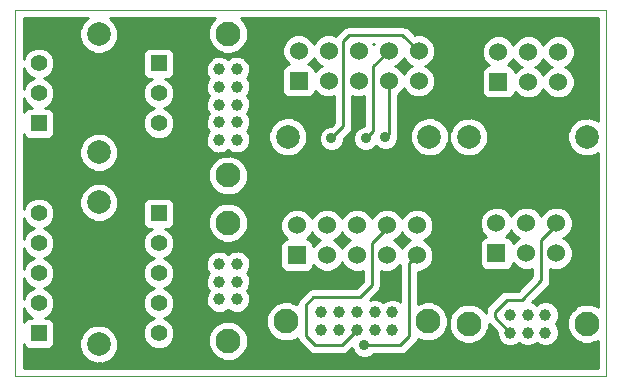
<source format=gbl>
G04 (created by PCBNEW (2013-07-07 BZR 4022)-stable) date 2014.06.02. 15:10:31*
%MOIN*%
G04 Gerber Fmt 3.4, Leading zero omitted, Abs format*
%FSLAX34Y34*%
G01*
G70*
G90*
G04 APERTURE LIST*
%ADD10C,0.00590551*%
%ADD11C,0.00393701*%
%ADD12R,0.06X0.06*%
%ADD13C,0.06*%
%ADD14C,0.0393701*%
%ADD15C,0.0826772*%
%ADD16C,0.0787402*%
%ADD17R,0.055X0.055*%
%ADD18C,0.055*%
%ADD19C,0.035*%
%ADD20C,0.01*%
G04 APERTURE END LIST*
G54D10*
G54D11*
X4725Y-4724D02*
G75*
G03X4725Y-4724I0J0D01*
G74*
G01*
X4723Y-4724D02*
X4725Y-4724D01*
X4724Y-4723D02*
X4724Y-4725D01*
X4725Y-4724D02*
G75*
G03X4725Y-4724I0J0D01*
G74*
G01*
X4723Y-4724D02*
X4725Y-4724D01*
X4724Y-4723D02*
X4724Y-4725D01*
X4725Y-4724D02*
G75*
G03X4725Y-4724I0J0D01*
G74*
G01*
X4723Y-4724D02*
X4725Y-4724D01*
X4724Y-4723D02*
X4724Y-4725D01*
X4724Y-16929D02*
X4724Y-4724D01*
X24409Y-16929D02*
X4724Y-16929D01*
X24409Y-4724D02*
X24409Y-16929D01*
X4724Y-4724D02*
X24409Y-4724D01*
G54D12*
X14161Y-7086D03*
G54D13*
X14161Y-6086D03*
X15161Y-7086D03*
X15161Y-6086D03*
X16161Y-7086D03*
X16161Y-6086D03*
X17161Y-7086D03*
X17161Y-6086D03*
X18161Y-7086D03*
X18161Y-6086D03*
G54D12*
X14106Y-12900D03*
G54D13*
X14106Y-11900D03*
X15106Y-12900D03*
X15106Y-11900D03*
X16106Y-12900D03*
X16106Y-11900D03*
X17106Y-12900D03*
X17106Y-11900D03*
X18106Y-12900D03*
X18106Y-11900D03*
G54D12*
X20825Y-7118D03*
G54D13*
X20825Y-6118D03*
X21825Y-7118D03*
X21825Y-6118D03*
X22825Y-7118D03*
X22825Y-6118D03*
G54D12*
X20753Y-12828D03*
G54D13*
X20753Y-11828D03*
X21753Y-12828D03*
X21753Y-11828D03*
X22753Y-12828D03*
X22753Y-11828D03*
G54D14*
X14925Y-14804D03*
X15515Y-14804D03*
X16106Y-14804D03*
X16696Y-14804D03*
X17287Y-14804D03*
X17287Y-15395D03*
X16696Y-15395D03*
X16106Y-15395D03*
X15515Y-15395D03*
X14925Y-15395D03*
G54D15*
X13744Y-15100D03*
X18468Y-15100D03*
G54D14*
X11515Y-9055D03*
X11515Y-8464D03*
X11515Y-7874D03*
X11515Y-7283D03*
X11515Y-6692D03*
X12106Y-6692D03*
X12106Y-7283D03*
X12106Y-7874D03*
X12106Y-8464D03*
X12106Y-9055D03*
G54D15*
X11811Y-10236D03*
X11811Y-5511D03*
G54D16*
X18523Y-8948D03*
X13799Y-8948D03*
G54D14*
X21212Y-14883D03*
X21803Y-14883D03*
X22393Y-14883D03*
X22393Y-15474D03*
X21803Y-15474D03*
X21212Y-15474D03*
G54D15*
X19834Y-15178D03*
X23771Y-15178D03*
G54D14*
X11515Y-14370D03*
X11515Y-13779D03*
X11515Y-13188D03*
X12106Y-13188D03*
X12106Y-13779D03*
X12106Y-14370D03*
G54D15*
X11811Y-15748D03*
X11811Y-11811D03*
G54D16*
X19831Y-8950D03*
X23768Y-8950D03*
G54D17*
X5500Y-15500D03*
G54D18*
X5500Y-14500D03*
X5500Y-13500D03*
X5500Y-12500D03*
X5500Y-11500D03*
G54D17*
X9500Y-11500D03*
G54D18*
X9500Y-12500D03*
X9500Y-13500D03*
X9500Y-14500D03*
X9500Y-15500D03*
G54D17*
X5500Y-8500D03*
G54D18*
X5500Y-7500D03*
X5500Y-6500D03*
G54D17*
X9500Y-6500D03*
G54D18*
X9500Y-7500D03*
X9500Y-8500D03*
G54D16*
X7500Y-11137D03*
X7500Y-15862D03*
X7500Y-9468D03*
X7500Y-5531D03*
G54D19*
X16356Y-15900D03*
X16406Y-9000D03*
X15256Y-9000D03*
X17056Y-8950D03*
G54D20*
X22753Y-11828D02*
X22753Y-11878D01*
X20703Y-14964D02*
X21212Y-15474D01*
X20703Y-14778D02*
X20703Y-14964D01*
X21103Y-14378D02*
X20703Y-14778D01*
X21603Y-14378D02*
X21103Y-14378D01*
X22253Y-13728D02*
X21603Y-14378D01*
X22253Y-12378D02*
X22253Y-13728D01*
X22753Y-11878D02*
X22253Y-12378D01*
X17106Y-11900D02*
X17106Y-12000D01*
X15601Y-15900D02*
X16106Y-15395D01*
X14706Y-15900D02*
X15601Y-15900D01*
X14406Y-15600D02*
X14706Y-15900D01*
X14406Y-14550D02*
X14406Y-15600D01*
X14656Y-14300D02*
X14406Y-14550D01*
X16206Y-14300D02*
X14656Y-14300D01*
X16606Y-13900D02*
X16206Y-14300D01*
X16606Y-12500D02*
X16606Y-13900D01*
X17106Y-12000D02*
X16606Y-12500D01*
X17856Y-13150D02*
X18106Y-12900D01*
X17856Y-15600D02*
X17856Y-13150D01*
X17556Y-15900D02*
X17856Y-15600D01*
X16356Y-15900D02*
X17556Y-15900D01*
X16656Y-6591D02*
X17161Y-6086D01*
X16656Y-8750D02*
X16656Y-6591D01*
X16406Y-9000D02*
X16656Y-8750D01*
X17624Y-5550D02*
X18161Y-6086D01*
X15856Y-5550D02*
X17624Y-5550D01*
X15656Y-5750D02*
X15856Y-5550D01*
X15656Y-8600D02*
X15656Y-5750D01*
X15256Y-9000D02*
X15656Y-8600D01*
X17161Y-8844D02*
X17161Y-7086D01*
X17056Y-8950D02*
X17161Y-8844D01*
G54D10*
G36*
X5274Y-7974D02*
X5175Y-7974D01*
X5083Y-8012D01*
X5013Y-8083D01*
X4994Y-8129D01*
X4994Y-7650D01*
X5054Y-7797D01*
X5202Y-7944D01*
X5274Y-7974D01*
X5274Y-7974D01*
G37*
G54D20*
X5274Y-7974D02*
X5175Y-7974D01*
X5083Y-8012D01*
X5013Y-8083D01*
X4994Y-8129D01*
X4994Y-7650D01*
X5054Y-7797D01*
X5202Y-7944D01*
X5274Y-7974D01*
G54D10*
G36*
X5274Y-14974D02*
X5175Y-14974D01*
X5083Y-15012D01*
X5013Y-15083D01*
X4994Y-15129D01*
X4994Y-14650D01*
X5054Y-14797D01*
X5202Y-14944D01*
X5274Y-14974D01*
X5274Y-14974D01*
G37*
G54D20*
X5274Y-14974D02*
X5175Y-14974D01*
X5083Y-15012D01*
X5013Y-15083D01*
X4994Y-15129D01*
X4994Y-14650D01*
X5054Y-14797D01*
X5202Y-14944D01*
X5274Y-14974D01*
G54D10*
G36*
X5335Y-7000D02*
X5203Y-7054D01*
X5055Y-7202D01*
X4994Y-7349D01*
X4994Y-6650D01*
X5054Y-6797D01*
X5202Y-6944D01*
X5335Y-7000D01*
X5335Y-7000D01*
G37*
G54D20*
X5335Y-7000D02*
X5203Y-7054D01*
X5055Y-7202D01*
X4994Y-7349D01*
X4994Y-6650D01*
X5054Y-6797D01*
X5202Y-6944D01*
X5335Y-7000D01*
G54D10*
G36*
X5335Y-12000D02*
X5203Y-12054D01*
X5055Y-12202D01*
X4994Y-12349D01*
X4994Y-11650D01*
X5054Y-11797D01*
X5202Y-11944D01*
X5335Y-12000D01*
X5335Y-12000D01*
G37*
G54D20*
X5335Y-12000D02*
X5203Y-12054D01*
X5055Y-12202D01*
X4994Y-12349D01*
X4994Y-11650D01*
X5054Y-11797D01*
X5202Y-11944D01*
X5335Y-12000D01*
G54D10*
G36*
X5335Y-13000D02*
X5203Y-13054D01*
X5055Y-13202D01*
X4994Y-13349D01*
X4994Y-12650D01*
X5054Y-12797D01*
X5202Y-12944D01*
X5335Y-13000D01*
X5335Y-13000D01*
G37*
G54D20*
X5335Y-13000D02*
X5203Y-13054D01*
X5055Y-13202D01*
X4994Y-13349D01*
X4994Y-12650D01*
X5054Y-12797D01*
X5202Y-12944D01*
X5335Y-13000D01*
G54D10*
G36*
X5335Y-14000D02*
X5203Y-14054D01*
X5055Y-14202D01*
X4994Y-14349D01*
X4994Y-13650D01*
X5054Y-13797D01*
X5202Y-13944D01*
X5335Y-14000D01*
X5335Y-14000D01*
G37*
G54D20*
X5335Y-14000D02*
X5203Y-14054D01*
X5055Y-14202D01*
X4994Y-14349D01*
X4994Y-13650D01*
X5054Y-13797D01*
X5202Y-13944D01*
X5335Y-14000D01*
G54D10*
G36*
X14876Y-12399D02*
X14795Y-12433D01*
X14656Y-12572D01*
X14656Y-12550D01*
X14618Y-12458D01*
X14548Y-12388D01*
X14456Y-12350D01*
X14433Y-12350D01*
X14572Y-12211D01*
X14606Y-12130D01*
X14639Y-12211D01*
X14794Y-12365D01*
X14876Y-12399D01*
X14876Y-12399D01*
G37*
G54D20*
X14876Y-12399D02*
X14795Y-12433D01*
X14656Y-12572D01*
X14656Y-12550D01*
X14618Y-12458D01*
X14548Y-12388D01*
X14456Y-12350D01*
X14433Y-12350D01*
X14572Y-12211D01*
X14606Y-12130D01*
X14639Y-12211D01*
X14794Y-12365D01*
X14876Y-12399D01*
G54D10*
G36*
X14931Y-6586D02*
X14850Y-6620D01*
X14711Y-6758D01*
X14711Y-6737D01*
X14673Y-6645D01*
X14603Y-6574D01*
X14511Y-6536D01*
X14489Y-6536D01*
X14627Y-6398D01*
X14661Y-6316D01*
X14694Y-6397D01*
X14849Y-6552D01*
X14931Y-6586D01*
X14931Y-6586D01*
G37*
G54D20*
X14931Y-6586D02*
X14850Y-6620D01*
X14711Y-6758D01*
X14711Y-6737D01*
X14673Y-6645D01*
X14603Y-6574D01*
X14511Y-6536D01*
X14489Y-6536D01*
X14627Y-6398D01*
X14661Y-6316D01*
X14694Y-6397D01*
X14849Y-6552D01*
X14931Y-6586D01*
G54D10*
G36*
X15876Y-12399D02*
X15795Y-12433D01*
X15640Y-12588D01*
X15606Y-12669D01*
X15572Y-12588D01*
X15418Y-12434D01*
X15336Y-12400D01*
X15417Y-12366D01*
X15572Y-12211D01*
X15606Y-12130D01*
X15639Y-12211D01*
X15794Y-12365D01*
X15876Y-12399D01*
X15876Y-12399D01*
G37*
G54D20*
X15876Y-12399D02*
X15795Y-12433D01*
X15640Y-12588D01*
X15606Y-12669D01*
X15572Y-12588D01*
X15418Y-12434D01*
X15336Y-12400D01*
X15417Y-12366D01*
X15572Y-12211D01*
X15606Y-12130D01*
X15639Y-12211D01*
X15794Y-12365D01*
X15876Y-12399D01*
G54D10*
G36*
X16664Y-5850D02*
X16661Y-5856D01*
X16658Y-5850D01*
X16664Y-5850D01*
X16664Y-5850D01*
G37*
G54D20*
X16664Y-5850D02*
X16661Y-5856D01*
X16658Y-5850D01*
X16664Y-5850D01*
G54D10*
G36*
X17556Y-14441D02*
X17540Y-14426D01*
X17376Y-14357D01*
X17198Y-14357D01*
X17034Y-14425D01*
X16992Y-14468D01*
X16950Y-14426D01*
X16786Y-14357D01*
X16608Y-14357D01*
X16547Y-14382D01*
X16818Y-14112D01*
X16818Y-14112D01*
X16883Y-14014D01*
X16906Y-13900D01*
X16906Y-13900D01*
X16906Y-13412D01*
X16996Y-13449D01*
X17215Y-13450D01*
X17417Y-13366D01*
X17556Y-13227D01*
X17556Y-14441D01*
X17556Y-14441D01*
G37*
G54D20*
X17556Y-14441D02*
X17540Y-14426D01*
X17376Y-14357D01*
X17198Y-14357D01*
X17034Y-14425D01*
X16992Y-14468D01*
X16950Y-14426D01*
X16786Y-14357D01*
X16608Y-14357D01*
X16547Y-14382D01*
X16818Y-14112D01*
X16818Y-14112D01*
X16883Y-14014D01*
X16906Y-13900D01*
X16906Y-13900D01*
X16906Y-13412D01*
X16996Y-13449D01*
X17215Y-13450D01*
X17417Y-13366D01*
X17556Y-13227D01*
X17556Y-14441D01*
G54D10*
G36*
X17876Y-12399D02*
X17795Y-12433D01*
X17640Y-12588D01*
X17606Y-12669D01*
X17572Y-12588D01*
X17418Y-12434D01*
X17336Y-12400D01*
X17417Y-12366D01*
X17572Y-12211D01*
X17606Y-12130D01*
X17639Y-12211D01*
X17794Y-12365D01*
X17876Y-12399D01*
X17876Y-12399D01*
G37*
G54D20*
X17876Y-12399D02*
X17795Y-12433D01*
X17640Y-12588D01*
X17606Y-12669D01*
X17572Y-12588D01*
X17418Y-12434D01*
X17336Y-12400D01*
X17417Y-12366D01*
X17572Y-12211D01*
X17606Y-12130D01*
X17639Y-12211D01*
X17794Y-12365D01*
X17876Y-12399D01*
G54D10*
G36*
X17931Y-6586D02*
X17850Y-6620D01*
X17695Y-6774D01*
X17661Y-6856D01*
X17627Y-6775D01*
X17473Y-6620D01*
X17391Y-6586D01*
X17472Y-6553D01*
X17627Y-6398D01*
X17661Y-6316D01*
X17694Y-6397D01*
X17849Y-6552D01*
X17931Y-6586D01*
X17931Y-6586D01*
G37*
G54D20*
X17931Y-6586D02*
X17850Y-6620D01*
X17695Y-6774D01*
X17661Y-6856D01*
X17627Y-6775D01*
X17473Y-6620D01*
X17391Y-6586D01*
X17472Y-6553D01*
X17627Y-6398D01*
X17661Y-6316D01*
X17694Y-6397D01*
X17849Y-6552D01*
X17931Y-6586D01*
G54D10*
G36*
X21523Y-12328D02*
X21442Y-12362D01*
X21303Y-12500D01*
X21303Y-12479D01*
X21265Y-12387D01*
X21194Y-12316D01*
X21103Y-12278D01*
X21080Y-12278D01*
X21219Y-12140D01*
X21253Y-12058D01*
X21286Y-12139D01*
X21441Y-12294D01*
X21523Y-12328D01*
X21523Y-12328D01*
G37*
G54D20*
X21523Y-12328D02*
X21442Y-12362D01*
X21303Y-12500D01*
X21303Y-12479D01*
X21265Y-12387D01*
X21194Y-12316D01*
X21103Y-12278D01*
X21080Y-12278D01*
X21219Y-12140D01*
X21253Y-12058D01*
X21286Y-12139D01*
X21441Y-12294D01*
X21523Y-12328D01*
G54D10*
G36*
X21595Y-6618D02*
X21514Y-6652D01*
X21376Y-6790D01*
X21376Y-6769D01*
X21338Y-6677D01*
X21267Y-6607D01*
X21175Y-6568D01*
X21153Y-6568D01*
X21291Y-6430D01*
X21325Y-6349D01*
X21359Y-6430D01*
X21514Y-6584D01*
X21595Y-6618D01*
X21595Y-6618D01*
G37*
G54D20*
X21595Y-6618D02*
X21514Y-6652D01*
X21376Y-6790D01*
X21376Y-6769D01*
X21338Y-6677D01*
X21267Y-6607D01*
X21175Y-6568D01*
X21153Y-6568D01*
X21291Y-6430D01*
X21325Y-6349D01*
X21359Y-6430D01*
X21514Y-6584D01*
X21595Y-6618D01*
G54D10*
G36*
X22595Y-6618D02*
X22514Y-6652D01*
X22359Y-6806D01*
X22326Y-6888D01*
X22292Y-6807D01*
X22137Y-6652D01*
X22056Y-6618D01*
X22137Y-6585D01*
X22291Y-6430D01*
X22325Y-6349D01*
X22359Y-6430D01*
X22514Y-6584D01*
X22595Y-6618D01*
X22595Y-6618D01*
G37*
G54D20*
X22595Y-6618D02*
X22514Y-6652D01*
X22359Y-6806D01*
X22326Y-6888D01*
X22292Y-6807D01*
X22137Y-6652D01*
X22056Y-6618D01*
X22137Y-6585D01*
X22291Y-6430D01*
X22325Y-6349D01*
X22359Y-6430D01*
X22514Y-6584D01*
X22595Y-6618D01*
G54D10*
G36*
X24139Y-16659D02*
X19136Y-16659D01*
X19136Y-15208D01*
X19131Y-15088D01*
X19132Y-14968D01*
X19127Y-14957D01*
X19126Y-14945D01*
X19043Y-14743D01*
X19038Y-14741D01*
X19031Y-14724D01*
X18844Y-14537D01*
X18826Y-14530D01*
X18824Y-14524D01*
X18712Y-14482D01*
X18601Y-14436D01*
X18588Y-14436D01*
X18577Y-14432D01*
X18457Y-14436D01*
X18337Y-14436D01*
X18325Y-14441D01*
X18313Y-14441D01*
X18156Y-14506D01*
X18156Y-13450D01*
X18215Y-13450D01*
X18417Y-13366D01*
X18572Y-13211D01*
X18656Y-13009D01*
X18656Y-12791D01*
X18572Y-12588D01*
X18418Y-12434D01*
X18336Y-12400D01*
X18417Y-12366D01*
X18572Y-12211D01*
X18656Y-12009D01*
X18656Y-11791D01*
X18572Y-11588D01*
X18418Y-11434D01*
X18216Y-11350D01*
X17997Y-11349D01*
X17795Y-11433D01*
X17640Y-11588D01*
X17606Y-11669D01*
X17572Y-11588D01*
X17418Y-11434D01*
X17216Y-11350D01*
X16997Y-11349D01*
X16795Y-11433D01*
X16640Y-11588D01*
X16606Y-11669D01*
X16572Y-11588D01*
X16418Y-11434D01*
X16216Y-11350D01*
X15997Y-11349D01*
X15795Y-11433D01*
X15640Y-11588D01*
X15606Y-11669D01*
X15572Y-11588D01*
X15418Y-11434D01*
X15216Y-11350D01*
X14997Y-11349D01*
X14795Y-11433D01*
X14640Y-11588D01*
X14606Y-11669D01*
X14572Y-11588D01*
X14447Y-11463D01*
X14447Y-9052D01*
X14442Y-8937D01*
X14443Y-8821D01*
X14438Y-8809D01*
X14437Y-8797D01*
X14358Y-8604D01*
X14352Y-8602D01*
X14345Y-8584D01*
X14164Y-8403D01*
X14145Y-8395D01*
X14143Y-8390D01*
X14034Y-8349D01*
X13927Y-8305D01*
X13915Y-8305D01*
X13903Y-8300D01*
X13787Y-8305D01*
X13671Y-8305D01*
X13660Y-8309D01*
X13647Y-8310D01*
X13455Y-8390D01*
X13453Y-8395D01*
X13435Y-8402D01*
X13253Y-8583D01*
X13246Y-8602D01*
X13240Y-8604D01*
X13200Y-8713D01*
X13155Y-8820D01*
X13155Y-8832D01*
X13151Y-8844D01*
X13155Y-8960D01*
X13155Y-9076D01*
X13160Y-9087D01*
X13160Y-9100D01*
X13240Y-9293D01*
X13245Y-9295D01*
X13253Y-9312D01*
X13434Y-9494D01*
X13452Y-9502D01*
X13455Y-9507D01*
X13563Y-9547D01*
X13670Y-9592D01*
X13683Y-9592D01*
X13695Y-9596D01*
X13810Y-9592D01*
X13926Y-9592D01*
X13938Y-9587D01*
X13950Y-9587D01*
X14143Y-9507D01*
X14145Y-9502D01*
X14163Y-9494D01*
X14344Y-9313D01*
X14352Y-9295D01*
X14358Y-9293D01*
X14398Y-9184D01*
X14442Y-9077D01*
X14442Y-9064D01*
X14447Y-9052D01*
X14447Y-11463D01*
X14418Y-11434D01*
X14216Y-11350D01*
X13997Y-11349D01*
X13795Y-11433D01*
X13640Y-11588D01*
X13556Y-11790D01*
X13556Y-12008D01*
X13639Y-12211D01*
X13778Y-12349D01*
X13756Y-12349D01*
X13664Y-12387D01*
X13594Y-12458D01*
X13556Y-12550D01*
X13556Y-12649D01*
X13556Y-13249D01*
X13594Y-13341D01*
X13664Y-13411D01*
X13756Y-13449D01*
X13855Y-13450D01*
X14455Y-13450D01*
X14547Y-13412D01*
X14618Y-13341D01*
X14656Y-13249D01*
X14656Y-13227D01*
X14794Y-13365D01*
X14996Y-13449D01*
X15215Y-13450D01*
X15417Y-13366D01*
X15572Y-13211D01*
X15606Y-13130D01*
X15639Y-13211D01*
X15794Y-13365D01*
X15996Y-13449D01*
X16215Y-13450D01*
X16306Y-13412D01*
X16306Y-13775D01*
X16082Y-14000D01*
X14656Y-14000D01*
X14541Y-14022D01*
X14444Y-14087D01*
X14194Y-14337D01*
X14129Y-14435D01*
X14109Y-14533D01*
X14102Y-14530D01*
X14100Y-14524D01*
X13987Y-14482D01*
X13876Y-14436D01*
X13864Y-14436D01*
X13852Y-14432D01*
X13732Y-14436D01*
X13612Y-14436D01*
X13601Y-14441D01*
X13589Y-14441D01*
X13388Y-14524D01*
X13386Y-14530D01*
X13368Y-14537D01*
X13182Y-14723D01*
X13174Y-14741D01*
X13168Y-14743D01*
X13126Y-14856D01*
X13080Y-14967D01*
X13080Y-14979D01*
X13076Y-14991D01*
X13080Y-15111D01*
X13080Y-15231D01*
X13085Y-15242D01*
X13085Y-15254D01*
X13168Y-15456D01*
X13174Y-15458D01*
X13181Y-15475D01*
X13367Y-15662D01*
X13385Y-15669D01*
X13388Y-15675D01*
X13500Y-15717D01*
X13611Y-15763D01*
X13623Y-15763D01*
X13635Y-15767D01*
X13755Y-15763D01*
X13875Y-15763D01*
X13886Y-15758D01*
X13898Y-15758D01*
X14100Y-15675D01*
X14102Y-15669D01*
X14118Y-15662D01*
X14129Y-15714D01*
X14194Y-15812D01*
X14494Y-16112D01*
X14494Y-16112D01*
X14591Y-16177D01*
X14706Y-16199D01*
X14706Y-16200D01*
X15601Y-16200D01*
X15601Y-16199D01*
X15716Y-16177D01*
X15716Y-16177D01*
X15813Y-16112D01*
X15934Y-15991D01*
X15995Y-16140D01*
X16115Y-16260D01*
X16271Y-16324D01*
X16440Y-16325D01*
X16596Y-16260D01*
X16657Y-16200D01*
X17556Y-16200D01*
X17556Y-16199D01*
X17671Y-16177D01*
X17671Y-16177D01*
X17768Y-16112D01*
X18068Y-15812D01*
X18068Y-15812D01*
X18133Y-15714D01*
X18139Y-15685D01*
X18225Y-15717D01*
X18335Y-15763D01*
X18348Y-15763D01*
X18359Y-15767D01*
X18479Y-15763D01*
X18599Y-15763D01*
X18611Y-15758D01*
X18623Y-15758D01*
X18824Y-15675D01*
X18826Y-15669D01*
X18843Y-15662D01*
X19030Y-15476D01*
X19038Y-15458D01*
X19043Y-15456D01*
X19085Y-15343D01*
X19131Y-15232D01*
X19131Y-15220D01*
X19136Y-15208D01*
X19136Y-16659D01*
X12558Y-16659D01*
X12558Y-14427D01*
X12553Y-14354D01*
X12553Y-14281D01*
X12546Y-14266D01*
X12545Y-14249D01*
X12502Y-14144D01*
X12496Y-14143D01*
X12485Y-14117D01*
X12442Y-14074D01*
X12484Y-14032D01*
X12495Y-14006D01*
X12502Y-14005D01*
X12525Y-13936D01*
X12553Y-13868D01*
X12553Y-13852D01*
X12558Y-13836D01*
X12553Y-13763D01*
X12553Y-13691D01*
X12546Y-13675D01*
X12545Y-13659D01*
X12502Y-13553D01*
X12496Y-13552D01*
X12485Y-13526D01*
X12442Y-13484D01*
X12484Y-13442D01*
X12495Y-13415D01*
X12502Y-13414D01*
X12525Y-13345D01*
X12553Y-13278D01*
X12553Y-13261D01*
X12558Y-13246D01*
X12558Y-9112D01*
X12553Y-9039D01*
X12553Y-8966D01*
X12546Y-8951D01*
X12545Y-8934D01*
X12502Y-8829D01*
X12496Y-8828D01*
X12485Y-8802D01*
X12442Y-8759D01*
X12484Y-8718D01*
X12495Y-8691D01*
X12502Y-8690D01*
X12525Y-8621D01*
X12553Y-8553D01*
X12553Y-8537D01*
X12558Y-8521D01*
X12553Y-8448D01*
X12553Y-8376D01*
X12546Y-8360D01*
X12545Y-8344D01*
X12502Y-8238D01*
X12496Y-8237D01*
X12485Y-8211D01*
X12442Y-8169D01*
X12484Y-8127D01*
X12495Y-8100D01*
X12502Y-8099D01*
X12525Y-8030D01*
X12553Y-7963D01*
X12553Y-7946D01*
X12558Y-7931D01*
X12553Y-7858D01*
X12553Y-7785D01*
X12546Y-7770D01*
X12545Y-7753D01*
X12502Y-7648D01*
X12496Y-7647D01*
X12485Y-7621D01*
X12442Y-7578D01*
X12484Y-7536D01*
X12495Y-7510D01*
X12502Y-7509D01*
X12525Y-7440D01*
X12553Y-7372D01*
X12553Y-7356D01*
X12558Y-7340D01*
X12553Y-7267D01*
X12553Y-7194D01*
X12546Y-7179D01*
X12545Y-7163D01*
X12502Y-7057D01*
X12496Y-7056D01*
X12485Y-7030D01*
X12442Y-6988D01*
X12484Y-6946D01*
X12495Y-6919D01*
X12502Y-6918D01*
X12525Y-6849D01*
X12553Y-6782D01*
X12553Y-6765D01*
X12558Y-6750D01*
X12553Y-6677D01*
X12553Y-6604D01*
X12546Y-6589D01*
X12545Y-6572D01*
X12502Y-6467D01*
X12496Y-6466D01*
X12485Y-6440D01*
X12359Y-6314D01*
X12333Y-6303D01*
X12332Y-6297D01*
X12262Y-6274D01*
X12195Y-6246D01*
X12179Y-6246D01*
X12163Y-6240D01*
X12090Y-6246D01*
X12017Y-6245D01*
X12002Y-6252D01*
X11986Y-6253D01*
X11880Y-6297D01*
X11879Y-6303D01*
X11853Y-6313D01*
X11811Y-6356D01*
X11769Y-6314D01*
X11742Y-6303D01*
X11741Y-6297D01*
X11672Y-6274D01*
X11605Y-6246D01*
X11588Y-6246D01*
X11572Y-6240D01*
X11500Y-6246D01*
X11427Y-6245D01*
X11411Y-6252D01*
X11395Y-6253D01*
X11290Y-6297D01*
X11288Y-6303D01*
X11262Y-6313D01*
X11137Y-6439D01*
X11126Y-6466D01*
X11119Y-6467D01*
X11096Y-6536D01*
X11068Y-6603D01*
X11068Y-6620D01*
X11063Y-6635D01*
X11068Y-6708D01*
X11068Y-6781D01*
X11075Y-6796D01*
X11076Y-6813D01*
X11119Y-6918D01*
X11125Y-6919D01*
X11136Y-6945D01*
X11179Y-6988D01*
X11137Y-7030D01*
X11126Y-7056D01*
X11119Y-7057D01*
X11096Y-7126D01*
X11068Y-7194D01*
X11068Y-7210D01*
X11063Y-7226D01*
X11068Y-7299D01*
X11068Y-7371D01*
X11075Y-7387D01*
X11076Y-7403D01*
X11119Y-7509D01*
X11125Y-7510D01*
X11136Y-7536D01*
X11179Y-7578D01*
X11137Y-7620D01*
X11126Y-7647D01*
X11119Y-7648D01*
X11096Y-7717D01*
X11068Y-7784D01*
X11068Y-7801D01*
X11063Y-7816D01*
X11068Y-7889D01*
X11068Y-7962D01*
X11075Y-7977D01*
X11076Y-7994D01*
X11119Y-8099D01*
X11125Y-8100D01*
X11136Y-8126D01*
X11179Y-8169D01*
X11137Y-8211D01*
X11126Y-8237D01*
X11119Y-8238D01*
X11096Y-8307D01*
X11068Y-8375D01*
X11068Y-8391D01*
X11063Y-8407D01*
X11068Y-8480D01*
X11068Y-8553D01*
X11075Y-8568D01*
X11076Y-8584D01*
X11119Y-8690D01*
X11125Y-8691D01*
X11136Y-8717D01*
X11179Y-8759D01*
X11137Y-8801D01*
X11126Y-8828D01*
X11119Y-8829D01*
X11096Y-8898D01*
X11068Y-8965D01*
X11068Y-8982D01*
X11063Y-8998D01*
X11068Y-9070D01*
X11068Y-9143D01*
X11075Y-9158D01*
X11076Y-9175D01*
X11119Y-9280D01*
X11125Y-9281D01*
X11136Y-9307D01*
X11262Y-9433D01*
X11288Y-9444D01*
X11290Y-9450D01*
X11359Y-9473D01*
X11426Y-9501D01*
X11442Y-9501D01*
X11458Y-9507D01*
X11531Y-9501D01*
X11604Y-9502D01*
X11619Y-9495D01*
X11635Y-9494D01*
X11741Y-9450D01*
X11742Y-9444D01*
X11768Y-9434D01*
X11810Y-9391D01*
X11852Y-9433D01*
X11879Y-9444D01*
X11880Y-9450D01*
X11949Y-9473D01*
X12017Y-9501D01*
X12033Y-9501D01*
X12049Y-9507D01*
X12121Y-9501D01*
X12194Y-9502D01*
X12210Y-9495D01*
X12226Y-9494D01*
X12332Y-9450D01*
X12333Y-9444D01*
X12359Y-9434D01*
X12484Y-9308D01*
X12495Y-9281D01*
X12502Y-9280D01*
X12525Y-9211D01*
X12553Y-9144D01*
X12553Y-9127D01*
X12558Y-9112D01*
X12558Y-13246D01*
X12553Y-13173D01*
X12553Y-13100D01*
X12546Y-13085D01*
X12545Y-13068D01*
X12502Y-12963D01*
X12496Y-12962D01*
X12485Y-12936D01*
X12478Y-12929D01*
X12478Y-11919D01*
X12478Y-10345D01*
X12474Y-10224D01*
X12474Y-10104D01*
X12469Y-10093D01*
X12469Y-10081D01*
X12386Y-9880D01*
X12380Y-9878D01*
X12373Y-9860D01*
X12187Y-9674D01*
X12169Y-9666D01*
X12167Y-9661D01*
X12054Y-9619D01*
X11943Y-9572D01*
X11931Y-9572D01*
X11919Y-9568D01*
X11799Y-9572D01*
X11679Y-9572D01*
X11668Y-9577D01*
X11656Y-9577D01*
X11454Y-9661D01*
X11452Y-9666D01*
X11435Y-9673D01*
X11248Y-9859D01*
X11241Y-9878D01*
X11235Y-9880D01*
X11193Y-9992D01*
X11147Y-10103D01*
X11147Y-10115D01*
X11143Y-10127D01*
X11147Y-10247D01*
X11147Y-10367D01*
X11152Y-10378D01*
X11152Y-10391D01*
X11235Y-10592D01*
X11241Y-10594D01*
X11248Y-10611D01*
X11434Y-10798D01*
X11452Y-10805D01*
X11454Y-10811D01*
X11567Y-10853D01*
X11678Y-10899D01*
X11690Y-10899D01*
X11702Y-10903D01*
X11822Y-10899D01*
X11942Y-10899D01*
X11953Y-10895D01*
X11965Y-10894D01*
X12167Y-10811D01*
X12169Y-10806D01*
X12186Y-10798D01*
X12373Y-10612D01*
X12380Y-10594D01*
X12386Y-10592D01*
X12428Y-10479D01*
X12474Y-10368D01*
X12474Y-10356D01*
X12478Y-10345D01*
X12478Y-11919D01*
X12474Y-11799D01*
X12474Y-11679D01*
X12469Y-11668D01*
X12469Y-11656D01*
X12386Y-11454D01*
X12380Y-11452D01*
X12373Y-11435D01*
X12187Y-11248D01*
X12169Y-11241D01*
X12167Y-11235D01*
X12054Y-11193D01*
X11943Y-11147D01*
X11931Y-11147D01*
X11919Y-11143D01*
X11799Y-11147D01*
X11679Y-11147D01*
X11668Y-11152D01*
X11656Y-11152D01*
X11454Y-11235D01*
X11452Y-11241D01*
X11435Y-11248D01*
X11248Y-11434D01*
X11241Y-11452D01*
X11235Y-11454D01*
X11193Y-11567D01*
X11147Y-11678D01*
X11147Y-11690D01*
X11143Y-11702D01*
X11147Y-11822D01*
X11147Y-11942D01*
X11152Y-11953D01*
X11152Y-11965D01*
X11235Y-12167D01*
X11241Y-12169D01*
X11248Y-12186D01*
X11434Y-12373D01*
X11452Y-12380D01*
X11454Y-12386D01*
X11567Y-12428D01*
X11678Y-12474D01*
X11690Y-12474D01*
X11702Y-12478D01*
X11822Y-12474D01*
X11942Y-12474D01*
X11953Y-12469D01*
X11965Y-12469D01*
X12167Y-12386D01*
X12169Y-12380D01*
X12186Y-12373D01*
X12373Y-12187D01*
X12380Y-12169D01*
X12386Y-12167D01*
X12428Y-12054D01*
X12474Y-11943D01*
X12474Y-11931D01*
X12478Y-11919D01*
X12478Y-12929D01*
X12359Y-12810D01*
X12333Y-12799D01*
X12332Y-12793D01*
X12262Y-12770D01*
X12195Y-12742D01*
X12179Y-12742D01*
X12163Y-12736D01*
X12090Y-12742D01*
X12017Y-12742D01*
X12002Y-12748D01*
X11986Y-12749D01*
X11880Y-12793D01*
X11879Y-12799D01*
X11853Y-12809D01*
X11811Y-12852D01*
X11769Y-12810D01*
X11742Y-12799D01*
X11741Y-12793D01*
X11672Y-12770D01*
X11605Y-12742D01*
X11588Y-12742D01*
X11572Y-12736D01*
X11500Y-12742D01*
X11427Y-12742D01*
X11411Y-12748D01*
X11395Y-12749D01*
X11290Y-12793D01*
X11288Y-12799D01*
X11262Y-12809D01*
X11137Y-12935D01*
X11126Y-12962D01*
X11119Y-12963D01*
X11096Y-13032D01*
X11068Y-13099D01*
X11068Y-13116D01*
X11063Y-13131D01*
X11068Y-13204D01*
X11068Y-13277D01*
X11075Y-13292D01*
X11076Y-13309D01*
X11119Y-13414D01*
X11125Y-13415D01*
X11136Y-13441D01*
X11179Y-13484D01*
X11137Y-13526D01*
X11126Y-13552D01*
X11119Y-13553D01*
X11096Y-13622D01*
X11068Y-13690D01*
X11068Y-13706D01*
X11063Y-13722D01*
X11068Y-13795D01*
X11068Y-13868D01*
X11075Y-13883D01*
X11076Y-13899D01*
X11119Y-14005D01*
X11125Y-14006D01*
X11136Y-14032D01*
X11179Y-14074D01*
X11137Y-14116D01*
X11126Y-14143D01*
X11119Y-14144D01*
X11096Y-14213D01*
X11068Y-14280D01*
X11068Y-14297D01*
X11063Y-14312D01*
X11068Y-14385D01*
X11068Y-14458D01*
X11075Y-14473D01*
X11076Y-14490D01*
X11119Y-14595D01*
X11125Y-14596D01*
X11136Y-14622D01*
X11262Y-14748D01*
X11288Y-14759D01*
X11290Y-14765D01*
X11359Y-14788D01*
X11426Y-14816D01*
X11442Y-14816D01*
X11458Y-14822D01*
X11531Y-14816D01*
X11604Y-14817D01*
X11619Y-14810D01*
X11635Y-14809D01*
X11741Y-14765D01*
X11742Y-14759D01*
X11768Y-14749D01*
X11810Y-14706D01*
X11852Y-14748D01*
X11879Y-14759D01*
X11880Y-14765D01*
X11949Y-14788D01*
X12017Y-14816D01*
X12033Y-14816D01*
X12049Y-14822D01*
X12121Y-14816D01*
X12194Y-14817D01*
X12210Y-14810D01*
X12226Y-14809D01*
X12332Y-14765D01*
X12333Y-14759D01*
X12359Y-14749D01*
X12484Y-14623D01*
X12495Y-14596D01*
X12502Y-14595D01*
X12525Y-14526D01*
X12553Y-14459D01*
X12553Y-14442D01*
X12558Y-14427D01*
X12558Y-16659D01*
X12478Y-16659D01*
X12478Y-15856D01*
X12474Y-15736D01*
X12474Y-15616D01*
X12469Y-15605D01*
X12469Y-15593D01*
X12386Y-15392D01*
X12380Y-15389D01*
X12373Y-15372D01*
X12187Y-15185D01*
X12169Y-15178D01*
X12167Y-15172D01*
X12054Y-15130D01*
X11943Y-15084D01*
X11931Y-15084D01*
X11919Y-15080D01*
X11799Y-15084D01*
X11679Y-15084D01*
X11668Y-15089D01*
X11656Y-15089D01*
X11454Y-15172D01*
X11452Y-15178D01*
X11435Y-15185D01*
X11248Y-15371D01*
X11241Y-15389D01*
X11235Y-15392D01*
X11193Y-15504D01*
X11147Y-15615D01*
X11147Y-15627D01*
X11143Y-15639D01*
X11147Y-15759D01*
X11147Y-15879D01*
X11152Y-15890D01*
X11152Y-15902D01*
X11235Y-16104D01*
X11241Y-16106D01*
X11248Y-16123D01*
X11434Y-16310D01*
X11452Y-16317D01*
X11454Y-16323D01*
X11567Y-16365D01*
X11678Y-16411D01*
X11690Y-16411D01*
X11702Y-16415D01*
X11822Y-16411D01*
X11942Y-16411D01*
X11953Y-16406D01*
X11965Y-16406D01*
X12167Y-16323D01*
X12169Y-16317D01*
X12186Y-16310D01*
X12373Y-16124D01*
X12380Y-16106D01*
X12386Y-16104D01*
X12428Y-15991D01*
X12474Y-15880D01*
X12474Y-15868D01*
X12478Y-15856D01*
X12478Y-16659D01*
X10025Y-16659D01*
X10025Y-15396D01*
X9945Y-15203D01*
X9797Y-15055D01*
X9664Y-14999D01*
X9797Y-14945D01*
X9944Y-14797D01*
X10024Y-14604D01*
X10025Y-14396D01*
X9945Y-14203D01*
X9797Y-14055D01*
X9664Y-13999D01*
X9797Y-13945D01*
X9944Y-13797D01*
X10024Y-13604D01*
X10025Y-13396D01*
X9945Y-13203D01*
X9797Y-13055D01*
X9664Y-12999D01*
X9797Y-12945D01*
X9944Y-12797D01*
X10024Y-12604D01*
X10025Y-12396D01*
X10025Y-8396D01*
X9945Y-8203D01*
X9797Y-8055D01*
X9664Y-7999D01*
X9797Y-7945D01*
X9944Y-7797D01*
X10024Y-7604D01*
X10025Y-7396D01*
X9945Y-7203D01*
X9797Y-7055D01*
X9725Y-7025D01*
X9824Y-7025D01*
X9916Y-6987D01*
X9986Y-6916D01*
X10024Y-6824D01*
X10025Y-6725D01*
X10025Y-6175D01*
X9987Y-6083D01*
X9916Y-6013D01*
X9824Y-5975D01*
X9725Y-5974D01*
X9175Y-5974D01*
X9083Y-6012D01*
X9013Y-6083D01*
X8975Y-6175D01*
X8974Y-6274D01*
X8974Y-6824D01*
X9012Y-6916D01*
X9083Y-6986D01*
X9175Y-7024D01*
X9274Y-7025D01*
X9274Y-7025D01*
X9203Y-7054D01*
X9055Y-7202D01*
X8975Y-7395D01*
X8974Y-7603D01*
X9054Y-7797D01*
X9202Y-7944D01*
X9335Y-8000D01*
X9203Y-8054D01*
X9055Y-8202D01*
X8975Y-8395D01*
X8974Y-8603D01*
X9054Y-8797D01*
X9202Y-8944D01*
X9395Y-9024D01*
X9603Y-9025D01*
X9797Y-8945D01*
X9944Y-8797D01*
X10024Y-8604D01*
X10025Y-8396D01*
X10025Y-12396D01*
X9945Y-12203D01*
X9797Y-12055D01*
X9725Y-12025D01*
X9824Y-12025D01*
X9916Y-11987D01*
X9986Y-11916D01*
X10024Y-11824D01*
X10025Y-11725D01*
X10025Y-11175D01*
X9987Y-11083D01*
X9916Y-11013D01*
X9824Y-10975D01*
X9725Y-10974D01*
X9175Y-10974D01*
X9083Y-11012D01*
X9013Y-11083D01*
X8975Y-11175D01*
X8974Y-11274D01*
X8974Y-11824D01*
X9012Y-11916D01*
X9083Y-11986D01*
X9175Y-12024D01*
X9274Y-12025D01*
X9274Y-12025D01*
X9203Y-12054D01*
X9055Y-12202D01*
X8975Y-12395D01*
X8974Y-12603D01*
X9054Y-12797D01*
X9202Y-12944D01*
X9335Y-13000D01*
X9203Y-13054D01*
X9055Y-13202D01*
X8975Y-13395D01*
X8974Y-13603D01*
X9054Y-13797D01*
X9202Y-13944D01*
X9335Y-14000D01*
X9203Y-14054D01*
X9055Y-14202D01*
X8975Y-14395D01*
X8974Y-14603D01*
X9054Y-14797D01*
X9202Y-14944D01*
X9335Y-15000D01*
X9203Y-15054D01*
X9055Y-15202D01*
X8975Y-15395D01*
X8974Y-15603D01*
X9054Y-15797D01*
X9202Y-15944D01*
X9395Y-16024D01*
X9603Y-16025D01*
X9797Y-15945D01*
X9944Y-15797D01*
X10024Y-15604D01*
X10025Y-15396D01*
X10025Y-16659D01*
X8147Y-16659D01*
X8147Y-15966D01*
X8147Y-11241D01*
X8147Y-9572D01*
X8143Y-9456D01*
X8143Y-9341D01*
X8138Y-9329D01*
X8138Y-9316D01*
X8058Y-9124D01*
X8053Y-9122D01*
X8046Y-9104D01*
X7865Y-8923D01*
X7846Y-8915D01*
X7844Y-8909D01*
X7735Y-8869D01*
X7628Y-8824D01*
X7615Y-8824D01*
X7604Y-8820D01*
X7488Y-8824D01*
X7372Y-8824D01*
X7360Y-8829D01*
X7348Y-8829D01*
X7155Y-8909D01*
X7153Y-8915D01*
X7135Y-8922D01*
X6954Y-9103D01*
X6946Y-9122D01*
X6941Y-9124D01*
X6900Y-9232D01*
X6856Y-9339D01*
X6856Y-9352D01*
X6852Y-9364D01*
X6856Y-9480D01*
X6856Y-9595D01*
X6861Y-9607D01*
X6861Y-9620D01*
X6941Y-9812D01*
X6946Y-9814D01*
X6953Y-9832D01*
X7134Y-10013D01*
X7153Y-10021D01*
X7155Y-10027D01*
X7264Y-10067D01*
X7371Y-10112D01*
X7384Y-10112D01*
X7395Y-10116D01*
X7511Y-10112D01*
X7627Y-10112D01*
X7639Y-10107D01*
X7651Y-10107D01*
X7844Y-10027D01*
X7846Y-10021D01*
X7864Y-10014D01*
X8045Y-9833D01*
X8053Y-9814D01*
X8058Y-9812D01*
X8099Y-9704D01*
X8143Y-9597D01*
X8143Y-9584D01*
X8147Y-9572D01*
X8147Y-11241D01*
X8143Y-11126D01*
X8143Y-11010D01*
X8138Y-10998D01*
X8138Y-10986D01*
X8058Y-10793D01*
X8053Y-10791D01*
X8046Y-10773D01*
X7865Y-10592D01*
X7846Y-10584D01*
X7844Y-10578D01*
X7735Y-10538D01*
X7628Y-10494D01*
X7615Y-10494D01*
X7604Y-10489D01*
X7488Y-10494D01*
X7372Y-10493D01*
X7360Y-10498D01*
X7348Y-10499D01*
X7155Y-10578D01*
X7153Y-10584D01*
X7135Y-10591D01*
X6954Y-10772D01*
X6946Y-10791D01*
X6941Y-10793D01*
X6900Y-10902D01*
X6856Y-11009D01*
X6856Y-11021D01*
X6852Y-11033D01*
X6856Y-11149D01*
X6856Y-11265D01*
X6861Y-11276D01*
X6861Y-11289D01*
X6941Y-11481D01*
X6946Y-11483D01*
X6953Y-11501D01*
X7134Y-11683D01*
X7153Y-11690D01*
X7155Y-11696D01*
X7264Y-11736D01*
X7371Y-11781D01*
X7384Y-11781D01*
X7395Y-11785D01*
X7511Y-11781D01*
X7627Y-11781D01*
X7639Y-11776D01*
X7651Y-11776D01*
X7844Y-11696D01*
X7846Y-11691D01*
X7864Y-11683D01*
X8045Y-11502D01*
X8053Y-11484D01*
X8058Y-11481D01*
X8099Y-11373D01*
X8143Y-11266D01*
X8143Y-11253D01*
X8147Y-11241D01*
X8147Y-15966D01*
X8143Y-15850D01*
X8143Y-15734D01*
X8138Y-15723D01*
X8138Y-15710D01*
X8058Y-15518D01*
X8053Y-15516D01*
X8046Y-15498D01*
X7865Y-15316D01*
X7846Y-15309D01*
X7844Y-15303D01*
X7735Y-15263D01*
X7628Y-15218D01*
X7615Y-15218D01*
X7604Y-15214D01*
X7488Y-15218D01*
X7372Y-15218D01*
X7360Y-15223D01*
X7348Y-15223D01*
X7155Y-15303D01*
X7153Y-15308D01*
X7135Y-15316D01*
X6954Y-15497D01*
X6946Y-15515D01*
X6941Y-15518D01*
X6900Y-15626D01*
X6856Y-15733D01*
X6856Y-15746D01*
X6852Y-15758D01*
X6856Y-15873D01*
X6856Y-15989D01*
X6861Y-16001D01*
X6861Y-16013D01*
X6941Y-16206D01*
X6946Y-16208D01*
X6953Y-16226D01*
X7134Y-16407D01*
X7153Y-16415D01*
X7155Y-16421D01*
X7264Y-16461D01*
X7371Y-16505D01*
X7384Y-16505D01*
X7395Y-16510D01*
X7511Y-16505D01*
X7627Y-16506D01*
X7639Y-16501D01*
X7651Y-16500D01*
X7844Y-16421D01*
X7846Y-16415D01*
X7864Y-16408D01*
X8045Y-16227D01*
X8053Y-16208D01*
X8058Y-16206D01*
X8099Y-16097D01*
X8143Y-15990D01*
X8143Y-15978D01*
X8147Y-15966D01*
X8147Y-16659D01*
X4994Y-16659D01*
X4994Y-15870D01*
X5012Y-15916D01*
X5083Y-15986D01*
X5175Y-16024D01*
X5274Y-16025D01*
X5824Y-16025D01*
X5916Y-15987D01*
X5986Y-15916D01*
X6024Y-15824D01*
X6025Y-15725D01*
X6025Y-15175D01*
X5987Y-15083D01*
X5916Y-15013D01*
X5824Y-14975D01*
X5725Y-14974D01*
X5725Y-14974D01*
X5797Y-14945D01*
X5944Y-14797D01*
X6024Y-14604D01*
X6025Y-14396D01*
X5945Y-14203D01*
X5797Y-14055D01*
X5664Y-13999D01*
X5797Y-13945D01*
X5944Y-13797D01*
X6024Y-13604D01*
X6025Y-13396D01*
X5945Y-13203D01*
X5797Y-13055D01*
X5664Y-12999D01*
X5797Y-12945D01*
X5944Y-12797D01*
X6024Y-12604D01*
X6025Y-12396D01*
X5945Y-12203D01*
X5797Y-12055D01*
X5664Y-11999D01*
X5797Y-11945D01*
X5944Y-11797D01*
X6024Y-11604D01*
X6025Y-11396D01*
X5945Y-11203D01*
X5797Y-11055D01*
X5604Y-10975D01*
X5396Y-10974D01*
X5203Y-11054D01*
X5055Y-11202D01*
X4994Y-11349D01*
X4994Y-8870D01*
X5012Y-8916D01*
X5083Y-8986D01*
X5175Y-9024D01*
X5274Y-9025D01*
X5824Y-9025D01*
X5916Y-8987D01*
X5986Y-8916D01*
X6024Y-8824D01*
X6025Y-8725D01*
X6025Y-8175D01*
X5987Y-8083D01*
X5916Y-8013D01*
X5824Y-7975D01*
X5725Y-7974D01*
X5725Y-7974D01*
X5797Y-7945D01*
X5944Y-7797D01*
X6024Y-7604D01*
X6025Y-7396D01*
X5945Y-7203D01*
X5797Y-7055D01*
X5664Y-6999D01*
X5797Y-6945D01*
X5944Y-6797D01*
X6024Y-6604D01*
X6025Y-6396D01*
X5945Y-6203D01*
X5797Y-6055D01*
X5604Y-5975D01*
X5396Y-5974D01*
X5203Y-6054D01*
X5055Y-6202D01*
X4994Y-6349D01*
X4994Y-4994D01*
X7127Y-4994D01*
X6954Y-5166D01*
X6946Y-5185D01*
X6941Y-5187D01*
X6900Y-5295D01*
X6856Y-5402D01*
X6856Y-5415D01*
X6852Y-5427D01*
X6856Y-5543D01*
X6856Y-5658D01*
X6861Y-5670D01*
X6861Y-5683D01*
X6941Y-5875D01*
X6946Y-5877D01*
X6953Y-5895D01*
X7134Y-6076D01*
X7153Y-6084D01*
X7155Y-6090D01*
X7264Y-6130D01*
X7371Y-6175D01*
X7384Y-6175D01*
X7395Y-6179D01*
X7511Y-6175D01*
X7627Y-6175D01*
X7639Y-6170D01*
X7651Y-6170D01*
X7844Y-6090D01*
X7846Y-6084D01*
X7864Y-6077D01*
X8045Y-5896D01*
X8053Y-5877D01*
X8058Y-5875D01*
X8099Y-5767D01*
X8143Y-5660D01*
X8143Y-5647D01*
X8147Y-5635D01*
X8143Y-5519D01*
X8143Y-5404D01*
X8138Y-5392D01*
X8138Y-5379D01*
X8058Y-5187D01*
X8053Y-5185D01*
X8046Y-5167D01*
X7873Y-4994D01*
X11390Y-4994D01*
X11248Y-5135D01*
X11241Y-5153D01*
X11235Y-5155D01*
X11193Y-5268D01*
X11147Y-5379D01*
X11147Y-5391D01*
X11143Y-5402D01*
X11147Y-5523D01*
X11147Y-5643D01*
X11152Y-5654D01*
X11152Y-5666D01*
X11235Y-5867D01*
X11241Y-5869D01*
X11248Y-5887D01*
X11434Y-6073D01*
X11452Y-6081D01*
X11454Y-6086D01*
X11567Y-6129D01*
X11678Y-6175D01*
X11690Y-6175D01*
X11702Y-6179D01*
X11822Y-6175D01*
X11942Y-6175D01*
X11953Y-6170D01*
X11965Y-6170D01*
X12167Y-6086D01*
X12169Y-6081D01*
X12186Y-6074D01*
X12373Y-5888D01*
X12380Y-5869D01*
X12386Y-5867D01*
X12428Y-5755D01*
X12474Y-5644D01*
X12474Y-5632D01*
X12478Y-5620D01*
X12474Y-5500D01*
X12474Y-5380D01*
X12469Y-5369D01*
X12469Y-5356D01*
X12386Y-5155D01*
X12380Y-5153D01*
X12373Y-5136D01*
X12231Y-4994D01*
X24139Y-4994D01*
X24139Y-8410D01*
X24133Y-8404D01*
X24114Y-8396D01*
X24112Y-8391D01*
X24004Y-8350D01*
X23897Y-8306D01*
X23884Y-8306D01*
X23872Y-8302D01*
X23756Y-8306D01*
X23641Y-8306D01*
X23629Y-8311D01*
X23616Y-8311D01*
X23424Y-8391D01*
X23422Y-8396D01*
X23404Y-8403D01*
X23376Y-8432D01*
X23376Y-7009D01*
X23292Y-6807D01*
X23137Y-6652D01*
X23056Y-6618D01*
X23137Y-6585D01*
X23291Y-6430D01*
X23375Y-6228D01*
X23376Y-6009D01*
X23292Y-5807D01*
X23137Y-5652D01*
X22935Y-5568D01*
X22717Y-5568D01*
X22514Y-5652D01*
X22359Y-5806D01*
X22326Y-5888D01*
X22292Y-5807D01*
X22137Y-5652D01*
X21935Y-5568D01*
X21717Y-5568D01*
X21514Y-5652D01*
X21359Y-5806D01*
X21326Y-5888D01*
X21292Y-5807D01*
X21137Y-5652D01*
X20935Y-5568D01*
X20717Y-5568D01*
X20514Y-5652D01*
X20359Y-5806D01*
X20276Y-6009D01*
X20275Y-6227D01*
X20359Y-6430D01*
X20498Y-6568D01*
X20476Y-6568D01*
X20384Y-6606D01*
X20314Y-6677D01*
X20276Y-6768D01*
X20275Y-6868D01*
X20275Y-7468D01*
X20313Y-7560D01*
X20384Y-7630D01*
X20476Y-7668D01*
X20575Y-7668D01*
X21175Y-7668D01*
X21267Y-7630D01*
X21337Y-7560D01*
X21375Y-7468D01*
X21375Y-7446D01*
X21514Y-7584D01*
X21716Y-7668D01*
X21934Y-7668D01*
X22137Y-7585D01*
X22291Y-7430D01*
X22325Y-7349D01*
X22359Y-7430D01*
X22514Y-7584D01*
X22716Y-7668D01*
X22934Y-7668D01*
X23137Y-7585D01*
X23291Y-7430D01*
X23375Y-7228D01*
X23376Y-7009D01*
X23376Y-8432D01*
X23223Y-8584D01*
X23215Y-8603D01*
X23209Y-8605D01*
X23169Y-8714D01*
X23124Y-8821D01*
X23124Y-8834D01*
X23120Y-8845D01*
X23124Y-8961D01*
X23124Y-9077D01*
X23129Y-9089D01*
X23129Y-9101D01*
X23209Y-9294D01*
X23215Y-9296D01*
X23222Y-9314D01*
X23403Y-9495D01*
X23422Y-9503D01*
X23424Y-9508D01*
X23532Y-9549D01*
X23639Y-9593D01*
X23652Y-9593D01*
X23664Y-9597D01*
X23780Y-9593D01*
X23895Y-9593D01*
X23907Y-9588D01*
X23920Y-9588D01*
X24112Y-9508D01*
X24114Y-9503D01*
X24132Y-9496D01*
X24139Y-9488D01*
X24139Y-14613D01*
X24129Y-14609D01*
X24127Y-14603D01*
X24015Y-14561D01*
X23904Y-14515D01*
X23891Y-14515D01*
X23880Y-14511D01*
X23760Y-14515D01*
X23640Y-14515D01*
X23628Y-14519D01*
X23616Y-14520D01*
X23415Y-14603D01*
X23413Y-14608D01*
X23396Y-14616D01*
X23303Y-14708D01*
X23303Y-12719D01*
X23219Y-12517D01*
X23065Y-12362D01*
X22983Y-12328D01*
X23064Y-12295D01*
X23219Y-12140D01*
X23303Y-11938D01*
X23303Y-11719D01*
X23219Y-11517D01*
X23065Y-11362D01*
X22863Y-11278D01*
X22644Y-11278D01*
X22442Y-11362D01*
X22287Y-11516D01*
X22253Y-11598D01*
X22219Y-11517D01*
X22065Y-11362D01*
X21863Y-11278D01*
X21644Y-11278D01*
X21442Y-11362D01*
X21287Y-11516D01*
X21253Y-11598D01*
X21219Y-11517D01*
X21065Y-11362D01*
X20863Y-11278D01*
X20644Y-11278D01*
X20479Y-11346D01*
X20479Y-9054D01*
X20475Y-8938D01*
X20475Y-8822D01*
X20470Y-8810D01*
X20470Y-8798D01*
X20390Y-8605D01*
X20384Y-8603D01*
X20377Y-8585D01*
X20196Y-8404D01*
X20177Y-8396D01*
X20175Y-8391D01*
X20067Y-8350D01*
X19960Y-8306D01*
X19947Y-8306D01*
X19935Y-8302D01*
X19819Y-8306D01*
X19704Y-8306D01*
X19692Y-8311D01*
X19679Y-8311D01*
X19487Y-8391D01*
X19485Y-8396D01*
X19467Y-8403D01*
X19286Y-8584D01*
X19278Y-8603D01*
X19272Y-8605D01*
X19232Y-8714D01*
X19187Y-8821D01*
X19187Y-8834D01*
X19183Y-8845D01*
X19187Y-8961D01*
X19187Y-9077D01*
X19192Y-9089D01*
X19192Y-9101D01*
X19272Y-9294D01*
X19278Y-9296D01*
X19285Y-9314D01*
X19466Y-9495D01*
X19485Y-9503D01*
X19487Y-9508D01*
X19595Y-9549D01*
X19702Y-9593D01*
X19715Y-9593D01*
X19727Y-9597D01*
X19843Y-9593D01*
X19958Y-9593D01*
X19970Y-9588D01*
X19983Y-9588D01*
X20175Y-9508D01*
X20177Y-9503D01*
X20195Y-9496D01*
X20376Y-9315D01*
X20384Y-9296D01*
X20390Y-9294D01*
X20430Y-9185D01*
X20475Y-9078D01*
X20475Y-9065D01*
X20479Y-9054D01*
X20479Y-11346D01*
X20442Y-11362D01*
X20287Y-11516D01*
X20203Y-11718D01*
X20203Y-11937D01*
X20286Y-12139D01*
X20425Y-12278D01*
X20403Y-12278D01*
X20311Y-12316D01*
X20241Y-12386D01*
X20203Y-12478D01*
X20203Y-12578D01*
X20203Y-13178D01*
X20241Y-13270D01*
X20311Y-13340D01*
X20403Y-13378D01*
X20502Y-13378D01*
X21102Y-13378D01*
X21194Y-13340D01*
X21264Y-13270D01*
X21303Y-13178D01*
X21303Y-13156D01*
X21441Y-13294D01*
X21643Y-13378D01*
X21862Y-13378D01*
X21953Y-13341D01*
X21953Y-13604D01*
X21478Y-14078D01*
X21103Y-14078D01*
X20988Y-14101D01*
X20891Y-14166D01*
X20491Y-14566D01*
X20425Y-14663D01*
X20403Y-14778D01*
X20403Y-14817D01*
X20397Y-14803D01*
X20210Y-14616D01*
X20192Y-14609D01*
X20190Y-14603D01*
X20078Y-14561D01*
X19967Y-14515D01*
X19954Y-14515D01*
X19943Y-14511D01*
X19823Y-14515D01*
X19703Y-14515D01*
X19691Y-14519D01*
X19679Y-14520D01*
X19478Y-14603D01*
X19476Y-14608D01*
X19459Y-14616D01*
X19272Y-14802D01*
X19265Y-14820D01*
X19259Y-14822D01*
X19217Y-14935D01*
X19171Y-15045D01*
X19171Y-9052D01*
X19167Y-8937D01*
X19167Y-8821D01*
X19162Y-8809D01*
X19162Y-8797D01*
X19082Y-8604D01*
X19077Y-8602D01*
X19069Y-8584D01*
X18888Y-8403D01*
X18869Y-8395D01*
X18867Y-8390D01*
X18759Y-8349D01*
X18711Y-8329D01*
X18711Y-6977D01*
X18627Y-6775D01*
X18473Y-6620D01*
X18391Y-6586D01*
X18472Y-6553D01*
X18627Y-6398D01*
X18711Y-6196D01*
X18711Y-5977D01*
X18627Y-5775D01*
X18473Y-5620D01*
X18271Y-5536D01*
X18052Y-5536D01*
X18040Y-5541D01*
X17836Y-5337D01*
X17739Y-5272D01*
X17624Y-5250D01*
X15856Y-5250D01*
X15741Y-5272D01*
X15644Y-5337D01*
X15444Y-5537D01*
X15407Y-5593D01*
X15271Y-5536D01*
X15052Y-5536D01*
X14850Y-5620D01*
X14695Y-5774D01*
X14661Y-5856D01*
X14627Y-5775D01*
X14473Y-5620D01*
X14271Y-5536D01*
X14052Y-5536D01*
X13850Y-5620D01*
X13695Y-5774D01*
X13611Y-5976D01*
X13611Y-6195D01*
X13694Y-6397D01*
X13833Y-6536D01*
X13811Y-6536D01*
X13719Y-6574D01*
X13649Y-6644D01*
X13611Y-6736D01*
X13611Y-6836D01*
X13611Y-7436D01*
X13649Y-7528D01*
X13719Y-7598D01*
X13811Y-7636D01*
X13910Y-7636D01*
X14510Y-7636D01*
X14602Y-7598D01*
X14673Y-7528D01*
X14711Y-7436D01*
X14711Y-7414D01*
X14849Y-7552D01*
X15051Y-7636D01*
X15270Y-7636D01*
X15356Y-7601D01*
X15356Y-8475D01*
X15257Y-8575D01*
X15172Y-8574D01*
X15015Y-8639D01*
X14896Y-8758D01*
X14831Y-8915D01*
X14831Y-9084D01*
X14895Y-9240D01*
X15015Y-9360D01*
X15171Y-9424D01*
X15340Y-9425D01*
X15496Y-9360D01*
X15616Y-9241D01*
X15681Y-9084D01*
X15681Y-8999D01*
X15868Y-8812D01*
X15868Y-8812D01*
X15933Y-8714D01*
X15956Y-8600D01*
X15956Y-8600D01*
X15956Y-7596D01*
X16051Y-7636D01*
X16270Y-7636D01*
X16356Y-7601D01*
X16356Y-8574D01*
X16322Y-8574D01*
X16165Y-8639D01*
X16046Y-8758D01*
X15981Y-8915D01*
X15981Y-9084D01*
X16045Y-9240D01*
X16165Y-9360D01*
X16321Y-9424D01*
X16490Y-9425D01*
X16646Y-9360D01*
X16756Y-9251D01*
X16815Y-9310D01*
X16971Y-9374D01*
X17140Y-9375D01*
X17296Y-9310D01*
X17416Y-9191D01*
X17481Y-9034D01*
X17481Y-8865D01*
X17461Y-8817D01*
X17461Y-7557D01*
X17472Y-7553D01*
X17627Y-7398D01*
X17661Y-7316D01*
X17694Y-7397D01*
X17849Y-7552D01*
X18051Y-7636D01*
X18270Y-7636D01*
X18472Y-7553D01*
X18627Y-7398D01*
X18711Y-7196D01*
X18711Y-6977D01*
X18711Y-8329D01*
X18652Y-8305D01*
X18639Y-8305D01*
X18627Y-8300D01*
X18511Y-8305D01*
X18396Y-8305D01*
X18384Y-8309D01*
X18371Y-8310D01*
X18179Y-8390D01*
X18177Y-8395D01*
X18159Y-8402D01*
X17978Y-8583D01*
X17970Y-8602D01*
X17964Y-8604D01*
X17924Y-8713D01*
X17880Y-8820D01*
X17880Y-8832D01*
X17875Y-8844D01*
X17879Y-8960D01*
X17879Y-9076D01*
X17884Y-9087D01*
X17885Y-9100D01*
X17964Y-9293D01*
X17970Y-9295D01*
X17977Y-9312D01*
X18158Y-9494D01*
X18177Y-9502D01*
X18179Y-9507D01*
X18288Y-9547D01*
X18395Y-9592D01*
X18407Y-9592D01*
X18419Y-9596D01*
X18535Y-9592D01*
X18651Y-9592D01*
X18662Y-9587D01*
X18675Y-9587D01*
X18867Y-9507D01*
X18869Y-9502D01*
X18887Y-9494D01*
X19069Y-9313D01*
X19076Y-9295D01*
X19082Y-9293D01*
X19122Y-9184D01*
X19167Y-9077D01*
X19167Y-9064D01*
X19171Y-9052D01*
X19171Y-15045D01*
X19171Y-15046D01*
X19171Y-15058D01*
X19167Y-15069D01*
X19171Y-15189D01*
X19171Y-15310D01*
X19175Y-15321D01*
X19176Y-15333D01*
X19259Y-15534D01*
X19264Y-15536D01*
X19271Y-15554D01*
X19458Y-15740D01*
X19476Y-15748D01*
X19478Y-15753D01*
X19591Y-15795D01*
X19702Y-15842D01*
X19714Y-15842D01*
X19725Y-15846D01*
X19845Y-15842D01*
X19966Y-15842D01*
X19977Y-15837D01*
X19989Y-15837D01*
X20190Y-15753D01*
X20192Y-15748D01*
X20209Y-15741D01*
X20396Y-15555D01*
X20404Y-15536D01*
X20409Y-15534D01*
X20451Y-15422D01*
X20497Y-15311D01*
X20497Y-15299D01*
X20502Y-15287D01*
X20498Y-15184D01*
X20765Y-15451D01*
X20765Y-15562D01*
X20833Y-15726D01*
X20959Y-15852D01*
X21123Y-15920D01*
X21301Y-15920D01*
X21465Y-15853D01*
X21507Y-15810D01*
X21549Y-15852D01*
X21713Y-15920D01*
X21891Y-15920D01*
X22055Y-15853D01*
X22098Y-15810D01*
X22140Y-15852D01*
X22304Y-15920D01*
X22482Y-15920D01*
X22646Y-15853D01*
X22772Y-15727D01*
X22840Y-15563D01*
X22840Y-15385D01*
X22772Y-15221D01*
X22730Y-15178D01*
X22772Y-15136D01*
X22840Y-14972D01*
X22840Y-14794D01*
X22772Y-14630D01*
X22647Y-14504D01*
X22482Y-14436D01*
X22305Y-14436D01*
X22140Y-14504D01*
X22098Y-14546D01*
X22056Y-14504D01*
X21946Y-14459D01*
X22465Y-13940D01*
X22465Y-13940D01*
X22530Y-13843D01*
X22553Y-13728D01*
X22553Y-13728D01*
X22553Y-13341D01*
X22643Y-13378D01*
X22862Y-13378D01*
X23064Y-13295D01*
X23219Y-13140D01*
X23303Y-12938D01*
X23303Y-12719D01*
X23303Y-14708D01*
X23209Y-14802D01*
X23202Y-14820D01*
X23196Y-14822D01*
X23154Y-14935D01*
X23108Y-15046D01*
X23108Y-15058D01*
X23104Y-15069D01*
X23108Y-15189D01*
X23108Y-15310D01*
X23112Y-15321D01*
X23113Y-15333D01*
X23196Y-15534D01*
X23201Y-15536D01*
X23208Y-15554D01*
X23395Y-15740D01*
X23413Y-15748D01*
X23415Y-15753D01*
X23528Y-15795D01*
X23639Y-15842D01*
X23651Y-15842D01*
X23662Y-15846D01*
X23782Y-15842D01*
X23903Y-15842D01*
X23914Y-15837D01*
X23926Y-15837D01*
X24127Y-15753D01*
X24129Y-15748D01*
X24139Y-15744D01*
X24139Y-16659D01*
X24139Y-16659D01*
G37*
G54D20*
X24139Y-16659D02*
X19136Y-16659D01*
X19136Y-15208D01*
X19131Y-15088D01*
X19132Y-14968D01*
X19127Y-14957D01*
X19126Y-14945D01*
X19043Y-14743D01*
X19038Y-14741D01*
X19031Y-14724D01*
X18844Y-14537D01*
X18826Y-14530D01*
X18824Y-14524D01*
X18712Y-14482D01*
X18601Y-14436D01*
X18588Y-14436D01*
X18577Y-14432D01*
X18457Y-14436D01*
X18337Y-14436D01*
X18325Y-14441D01*
X18313Y-14441D01*
X18156Y-14506D01*
X18156Y-13450D01*
X18215Y-13450D01*
X18417Y-13366D01*
X18572Y-13211D01*
X18656Y-13009D01*
X18656Y-12791D01*
X18572Y-12588D01*
X18418Y-12434D01*
X18336Y-12400D01*
X18417Y-12366D01*
X18572Y-12211D01*
X18656Y-12009D01*
X18656Y-11791D01*
X18572Y-11588D01*
X18418Y-11434D01*
X18216Y-11350D01*
X17997Y-11349D01*
X17795Y-11433D01*
X17640Y-11588D01*
X17606Y-11669D01*
X17572Y-11588D01*
X17418Y-11434D01*
X17216Y-11350D01*
X16997Y-11349D01*
X16795Y-11433D01*
X16640Y-11588D01*
X16606Y-11669D01*
X16572Y-11588D01*
X16418Y-11434D01*
X16216Y-11350D01*
X15997Y-11349D01*
X15795Y-11433D01*
X15640Y-11588D01*
X15606Y-11669D01*
X15572Y-11588D01*
X15418Y-11434D01*
X15216Y-11350D01*
X14997Y-11349D01*
X14795Y-11433D01*
X14640Y-11588D01*
X14606Y-11669D01*
X14572Y-11588D01*
X14447Y-11463D01*
X14447Y-9052D01*
X14442Y-8937D01*
X14443Y-8821D01*
X14438Y-8809D01*
X14437Y-8797D01*
X14358Y-8604D01*
X14352Y-8602D01*
X14345Y-8584D01*
X14164Y-8403D01*
X14145Y-8395D01*
X14143Y-8390D01*
X14034Y-8349D01*
X13927Y-8305D01*
X13915Y-8305D01*
X13903Y-8300D01*
X13787Y-8305D01*
X13671Y-8305D01*
X13660Y-8309D01*
X13647Y-8310D01*
X13455Y-8390D01*
X13453Y-8395D01*
X13435Y-8402D01*
X13253Y-8583D01*
X13246Y-8602D01*
X13240Y-8604D01*
X13200Y-8713D01*
X13155Y-8820D01*
X13155Y-8832D01*
X13151Y-8844D01*
X13155Y-8960D01*
X13155Y-9076D01*
X13160Y-9087D01*
X13160Y-9100D01*
X13240Y-9293D01*
X13245Y-9295D01*
X13253Y-9312D01*
X13434Y-9494D01*
X13452Y-9502D01*
X13455Y-9507D01*
X13563Y-9547D01*
X13670Y-9592D01*
X13683Y-9592D01*
X13695Y-9596D01*
X13810Y-9592D01*
X13926Y-9592D01*
X13938Y-9587D01*
X13950Y-9587D01*
X14143Y-9507D01*
X14145Y-9502D01*
X14163Y-9494D01*
X14344Y-9313D01*
X14352Y-9295D01*
X14358Y-9293D01*
X14398Y-9184D01*
X14442Y-9077D01*
X14442Y-9064D01*
X14447Y-9052D01*
X14447Y-11463D01*
X14418Y-11434D01*
X14216Y-11350D01*
X13997Y-11349D01*
X13795Y-11433D01*
X13640Y-11588D01*
X13556Y-11790D01*
X13556Y-12008D01*
X13639Y-12211D01*
X13778Y-12349D01*
X13756Y-12349D01*
X13664Y-12387D01*
X13594Y-12458D01*
X13556Y-12550D01*
X13556Y-12649D01*
X13556Y-13249D01*
X13594Y-13341D01*
X13664Y-13411D01*
X13756Y-13449D01*
X13855Y-13450D01*
X14455Y-13450D01*
X14547Y-13412D01*
X14618Y-13341D01*
X14656Y-13249D01*
X14656Y-13227D01*
X14794Y-13365D01*
X14996Y-13449D01*
X15215Y-13450D01*
X15417Y-13366D01*
X15572Y-13211D01*
X15606Y-13130D01*
X15639Y-13211D01*
X15794Y-13365D01*
X15996Y-13449D01*
X16215Y-13450D01*
X16306Y-13412D01*
X16306Y-13775D01*
X16082Y-14000D01*
X14656Y-14000D01*
X14541Y-14022D01*
X14444Y-14087D01*
X14194Y-14337D01*
X14129Y-14435D01*
X14109Y-14533D01*
X14102Y-14530D01*
X14100Y-14524D01*
X13987Y-14482D01*
X13876Y-14436D01*
X13864Y-14436D01*
X13852Y-14432D01*
X13732Y-14436D01*
X13612Y-14436D01*
X13601Y-14441D01*
X13589Y-14441D01*
X13388Y-14524D01*
X13386Y-14530D01*
X13368Y-14537D01*
X13182Y-14723D01*
X13174Y-14741D01*
X13168Y-14743D01*
X13126Y-14856D01*
X13080Y-14967D01*
X13080Y-14979D01*
X13076Y-14991D01*
X13080Y-15111D01*
X13080Y-15231D01*
X13085Y-15242D01*
X13085Y-15254D01*
X13168Y-15456D01*
X13174Y-15458D01*
X13181Y-15475D01*
X13367Y-15662D01*
X13385Y-15669D01*
X13388Y-15675D01*
X13500Y-15717D01*
X13611Y-15763D01*
X13623Y-15763D01*
X13635Y-15767D01*
X13755Y-15763D01*
X13875Y-15763D01*
X13886Y-15758D01*
X13898Y-15758D01*
X14100Y-15675D01*
X14102Y-15669D01*
X14118Y-15662D01*
X14129Y-15714D01*
X14194Y-15812D01*
X14494Y-16112D01*
X14494Y-16112D01*
X14591Y-16177D01*
X14706Y-16199D01*
X14706Y-16200D01*
X15601Y-16200D01*
X15601Y-16199D01*
X15716Y-16177D01*
X15716Y-16177D01*
X15813Y-16112D01*
X15934Y-15991D01*
X15995Y-16140D01*
X16115Y-16260D01*
X16271Y-16324D01*
X16440Y-16325D01*
X16596Y-16260D01*
X16657Y-16200D01*
X17556Y-16200D01*
X17556Y-16199D01*
X17671Y-16177D01*
X17671Y-16177D01*
X17768Y-16112D01*
X18068Y-15812D01*
X18068Y-15812D01*
X18133Y-15714D01*
X18139Y-15685D01*
X18225Y-15717D01*
X18335Y-15763D01*
X18348Y-15763D01*
X18359Y-15767D01*
X18479Y-15763D01*
X18599Y-15763D01*
X18611Y-15758D01*
X18623Y-15758D01*
X18824Y-15675D01*
X18826Y-15669D01*
X18843Y-15662D01*
X19030Y-15476D01*
X19038Y-15458D01*
X19043Y-15456D01*
X19085Y-15343D01*
X19131Y-15232D01*
X19131Y-15220D01*
X19136Y-15208D01*
X19136Y-16659D01*
X12558Y-16659D01*
X12558Y-14427D01*
X12553Y-14354D01*
X12553Y-14281D01*
X12546Y-14266D01*
X12545Y-14249D01*
X12502Y-14144D01*
X12496Y-14143D01*
X12485Y-14117D01*
X12442Y-14074D01*
X12484Y-14032D01*
X12495Y-14006D01*
X12502Y-14005D01*
X12525Y-13936D01*
X12553Y-13868D01*
X12553Y-13852D01*
X12558Y-13836D01*
X12553Y-13763D01*
X12553Y-13691D01*
X12546Y-13675D01*
X12545Y-13659D01*
X12502Y-13553D01*
X12496Y-13552D01*
X12485Y-13526D01*
X12442Y-13484D01*
X12484Y-13442D01*
X12495Y-13415D01*
X12502Y-13414D01*
X12525Y-13345D01*
X12553Y-13278D01*
X12553Y-13261D01*
X12558Y-13246D01*
X12558Y-9112D01*
X12553Y-9039D01*
X12553Y-8966D01*
X12546Y-8951D01*
X12545Y-8934D01*
X12502Y-8829D01*
X12496Y-8828D01*
X12485Y-8802D01*
X12442Y-8759D01*
X12484Y-8718D01*
X12495Y-8691D01*
X12502Y-8690D01*
X12525Y-8621D01*
X12553Y-8553D01*
X12553Y-8537D01*
X12558Y-8521D01*
X12553Y-8448D01*
X12553Y-8376D01*
X12546Y-8360D01*
X12545Y-8344D01*
X12502Y-8238D01*
X12496Y-8237D01*
X12485Y-8211D01*
X12442Y-8169D01*
X12484Y-8127D01*
X12495Y-8100D01*
X12502Y-8099D01*
X12525Y-8030D01*
X12553Y-7963D01*
X12553Y-7946D01*
X12558Y-7931D01*
X12553Y-7858D01*
X12553Y-7785D01*
X12546Y-7770D01*
X12545Y-7753D01*
X12502Y-7648D01*
X12496Y-7647D01*
X12485Y-7621D01*
X12442Y-7578D01*
X12484Y-7536D01*
X12495Y-7510D01*
X12502Y-7509D01*
X12525Y-7440D01*
X12553Y-7372D01*
X12553Y-7356D01*
X12558Y-7340D01*
X12553Y-7267D01*
X12553Y-7194D01*
X12546Y-7179D01*
X12545Y-7163D01*
X12502Y-7057D01*
X12496Y-7056D01*
X12485Y-7030D01*
X12442Y-6988D01*
X12484Y-6946D01*
X12495Y-6919D01*
X12502Y-6918D01*
X12525Y-6849D01*
X12553Y-6782D01*
X12553Y-6765D01*
X12558Y-6750D01*
X12553Y-6677D01*
X12553Y-6604D01*
X12546Y-6589D01*
X12545Y-6572D01*
X12502Y-6467D01*
X12496Y-6466D01*
X12485Y-6440D01*
X12359Y-6314D01*
X12333Y-6303D01*
X12332Y-6297D01*
X12262Y-6274D01*
X12195Y-6246D01*
X12179Y-6246D01*
X12163Y-6240D01*
X12090Y-6246D01*
X12017Y-6245D01*
X12002Y-6252D01*
X11986Y-6253D01*
X11880Y-6297D01*
X11879Y-6303D01*
X11853Y-6313D01*
X11811Y-6356D01*
X11769Y-6314D01*
X11742Y-6303D01*
X11741Y-6297D01*
X11672Y-6274D01*
X11605Y-6246D01*
X11588Y-6246D01*
X11572Y-6240D01*
X11500Y-6246D01*
X11427Y-6245D01*
X11411Y-6252D01*
X11395Y-6253D01*
X11290Y-6297D01*
X11288Y-6303D01*
X11262Y-6313D01*
X11137Y-6439D01*
X11126Y-6466D01*
X11119Y-6467D01*
X11096Y-6536D01*
X11068Y-6603D01*
X11068Y-6620D01*
X11063Y-6635D01*
X11068Y-6708D01*
X11068Y-6781D01*
X11075Y-6796D01*
X11076Y-6813D01*
X11119Y-6918D01*
X11125Y-6919D01*
X11136Y-6945D01*
X11179Y-6988D01*
X11137Y-7030D01*
X11126Y-7056D01*
X11119Y-7057D01*
X11096Y-7126D01*
X11068Y-7194D01*
X11068Y-7210D01*
X11063Y-7226D01*
X11068Y-7299D01*
X11068Y-7371D01*
X11075Y-7387D01*
X11076Y-7403D01*
X11119Y-7509D01*
X11125Y-7510D01*
X11136Y-7536D01*
X11179Y-7578D01*
X11137Y-7620D01*
X11126Y-7647D01*
X11119Y-7648D01*
X11096Y-7717D01*
X11068Y-7784D01*
X11068Y-7801D01*
X11063Y-7816D01*
X11068Y-7889D01*
X11068Y-7962D01*
X11075Y-7977D01*
X11076Y-7994D01*
X11119Y-8099D01*
X11125Y-8100D01*
X11136Y-8126D01*
X11179Y-8169D01*
X11137Y-8211D01*
X11126Y-8237D01*
X11119Y-8238D01*
X11096Y-8307D01*
X11068Y-8375D01*
X11068Y-8391D01*
X11063Y-8407D01*
X11068Y-8480D01*
X11068Y-8553D01*
X11075Y-8568D01*
X11076Y-8584D01*
X11119Y-8690D01*
X11125Y-8691D01*
X11136Y-8717D01*
X11179Y-8759D01*
X11137Y-8801D01*
X11126Y-8828D01*
X11119Y-8829D01*
X11096Y-8898D01*
X11068Y-8965D01*
X11068Y-8982D01*
X11063Y-8998D01*
X11068Y-9070D01*
X11068Y-9143D01*
X11075Y-9158D01*
X11076Y-9175D01*
X11119Y-9280D01*
X11125Y-9281D01*
X11136Y-9307D01*
X11262Y-9433D01*
X11288Y-9444D01*
X11290Y-9450D01*
X11359Y-9473D01*
X11426Y-9501D01*
X11442Y-9501D01*
X11458Y-9507D01*
X11531Y-9501D01*
X11604Y-9502D01*
X11619Y-9495D01*
X11635Y-9494D01*
X11741Y-9450D01*
X11742Y-9444D01*
X11768Y-9434D01*
X11810Y-9391D01*
X11852Y-9433D01*
X11879Y-9444D01*
X11880Y-9450D01*
X11949Y-9473D01*
X12017Y-9501D01*
X12033Y-9501D01*
X12049Y-9507D01*
X12121Y-9501D01*
X12194Y-9502D01*
X12210Y-9495D01*
X12226Y-9494D01*
X12332Y-9450D01*
X12333Y-9444D01*
X12359Y-9434D01*
X12484Y-9308D01*
X12495Y-9281D01*
X12502Y-9280D01*
X12525Y-9211D01*
X12553Y-9144D01*
X12553Y-9127D01*
X12558Y-9112D01*
X12558Y-13246D01*
X12553Y-13173D01*
X12553Y-13100D01*
X12546Y-13085D01*
X12545Y-13068D01*
X12502Y-12963D01*
X12496Y-12962D01*
X12485Y-12936D01*
X12478Y-12929D01*
X12478Y-11919D01*
X12478Y-10345D01*
X12474Y-10224D01*
X12474Y-10104D01*
X12469Y-10093D01*
X12469Y-10081D01*
X12386Y-9880D01*
X12380Y-9878D01*
X12373Y-9860D01*
X12187Y-9674D01*
X12169Y-9666D01*
X12167Y-9661D01*
X12054Y-9619D01*
X11943Y-9572D01*
X11931Y-9572D01*
X11919Y-9568D01*
X11799Y-9572D01*
X11679Y-9572D01*
X11668Y-9577D01*
X11656Y-9577D01*
X11454Y-9661D01*
X11452Y-9666D01*
X11435Y-9673D01*
X11248Y-9859D01*
X11241Y-9878D01*
X11235Y-9880D01*
X11193Y-9992D01*
X11147Y-10103D01*
X11147Y-10115D01*
X11143Y-10127D01*
X11147Y-10247D01*
X11147Y-10367D01*
X11152Y-10378D01*
X11152Y-10391D01*
X11235Y-10592D01*
X11241Y-10594D01*
X11248Y-10611D01*
X11434Y-10798D01*
X11452Y-10805D01*
X11454Y-10811D01*
X11567Y-10853D01*
X11678Y-10899D01*
X11690Y-10899D01*
X11702Y-10903D01*
X11822Y-10899D01*
X11942Y-10899D01*
X11953Y-10895D01*
X11965Y-10894D01*
X12167Y-10811D01*
X12169Y-10806D01*
X12186Y-10798D01*
X12373Y-10612D01*
X12380Y-10594D01*
X12386Y-10592D01*
X12428Y-10479D01*
X12474Y-10368D01*
X12474Y-10356D01*
X12478Y-10345D01*
X12478Y-11919D01*
X12474Y-11799D01*
X12474Y-11679D01*
X12469Y-11668D01*
X12469Y-11656D01*
X12386Y-11454D01*
X12380Y-11452D01*
X12373Y-11435D01*
X12187Y-11248D01*
X12169Y-11241D01*
X12167Y-11235D01*
X12054Y-11193D01*
X11943Y-11147D01*
X11931Y-11147D01*
X11919Y-11143D01*
X11799Y-11147D01*
X11679Y-11147D01*
X11668Y-11152D01*
X11656Y-11152D01*
X11454Y-11235D01*
X11452Y-11241D01*
X11435Y-11248D01*
X11248Y-11434D01*
X11241Y-11452D01*
X11235Y-11454D01*
X11193Y-11567D01*
X11147Y-11678D01*
X11147Y-11690D01*
X11143Y-11702D01*
X11147Y-11822D01*
X11147Y-11942D01*
X11152Y-11953D01*
X11152Y-11965D01*
X11235Y-12167D01*
X11241Y-12169D01*
X11248Y-12186D01*
X11434Y-12373D01*
X11452Y-12380D01*
X11454Y-12386D01*
X11567Y-12428D01*
X11678Y-12474D01*
X11690Y-12474D01*
X11702Y-12478D01*
X11822Y-12474D01*
X11942Y-12474D01*
X11953Y-12469D01*
X11965Y-12469D01*
X12167Y-12386D01*
X12169Y-12380D01*
X12186Y-12373D01*
X12373Y-12187D01*
X12380Y-12169D01*
X12386Y-12167D01*
X12428Y-12054D01*
X12474Y-11943D01*
X12474Y-11931D01*
X12478Y-11919D01*
X12478Y-12929D01*
X12359Y-12810D01*
X12333Y-12799D01*
X12332Y-12793D01*
X12262Y-12770D01*
X12195Y-12742D01*
X12179Y-12742D01*
X12163Y-12736D01*
X12090Y-12742D01*
X12017Y-12742D01*
X12002Y-12748D01*
X11986Y-12749D01*
X11880Y-12793D01*
X11879Y-12799D01*
X11853Y-12809D01*
X11811Y-12852D01*
X11769Y-12810D01*
X11742Y-12799D01*
X11741Y-12793D01*
X11672Y-12770D01*
X11605Y-12742D01*
X11588Y-12742D01*
X11572Y-12736D01*
X11500Y-12742D01*
X11427Y-12742D01*
X11411Y-12748D01*
X11395Y-12749D01*
X11290Y-12793D01*
X11288Y-12799D01*
X11262Y-12809D01*
X11137Y-12935D01*
X11126Y-12962D01*
X11119Y-12963D01*
X11096Y-13032D01*
X11068Y-13099D01*
X11068Y-13116D01*
X11063Y-13131D01*
X11068Y-13204D01*
X11068Y-13277D01*
X11075Y-13292D01*
X11076Y-13309D01*
X11119Y-13414D01*
X11125Y-13415D01*
X11136Y-13441D01*
X11179Y-13484D01*
X11137Y-13526D01*
X11126Y-13552D01*
X11119Y-13553D01*
X11096Y-13622D01*
X11068Y-13690D01*
X11068Y-13706D01*
X11063Y-13722D01*
X11068Y-13795D01*
X11068Y-13868D01*
X11075Y-13883D01*
X11076Y-13899D01*
X11119Y-14005D01*
X11125Y-14006D01*
X11136Y-14032D01*
X11179Y-14074D01*
X11137Y-14116D01*
X11126Y-14143D01*
X11119Y-14144D01*
X11096Y-14213D01*
X11068Y-14280D01*
X11068Y-14297D01*
X11063Y-14312D01*
X11068Y-14385D01*
X11068Y-14458D01*
X11075Y-14473D01*
X11076Y-14490D01*
X11119Y-14595D01*
X11125Y-14596D01*
X11136Y-14622D01*
X11262Y-14748D01*
X11288Y-14759D01*
X11290Y-14765D01*
X11359Y-14788D01*
X11426Y-14816D01*
X11442Y-14816D01*
X11458Y-14822D01*
X11531Y-14816D01*
X11604Y-14817D01*
X11619Y-14810D01*
X11635Y-14809D01*
X11741Y-14765D01*
X11742Y-14759D01*
X11768Y-14749D01*
X11810Y-14706D01*
X11852Y-14748D01*
X11879Y-14759D01*
X11880Y-14765D01*
X11949Y-14788D01*
X12017Y-14816D01*
X12033Y-14816D01*
X12049Y-14822D01*
X12121Y-14816D01*
X12194Y-14817D01*
X12210Y-14810D01*
X12226Y-14809D01*
X12332Y-14765D01*
X12333Y-14759D01*
X12359Y-14749D01*
X12484Y-14623D01*
X12495Y-14596D01*
X12502Y-14595D01*
X12525Y-14526D01*
X12553Y-14459D01*
X12553Y-14442D01*
X12558Y-14427D01*
X12558Y-16659D01*
X12478Y-16659D01*
X12478Y-15856D01*
X12474Y-15736D01*
X12474Y-15616D01*
X12469Y-15605D01*
X12469Y-15593D01*
X12386Y-15392D01*
X12380Y-15389D01*
X12373Y-15372D01*
X12187Y-15185D01*
X12169Y-15178D01*
X12167Y-15172D01*
X12054Y-15130D01*
X11943Y-15084D01*
X11931Y-15084D01*
X11919Y-15080D01*
X11799Y-15084D01*
X11679Y-15084D01*
X11668Y-15089D01*
X11656Y-15089D01*
X11454Y-15172D01*
X11452Y-15178D01*
X11435Y-15185D01*
X11248Y-15371D01*
X11241Y-15389D01*
X11235Y-15392D01*
X11193Y-15504D01*
X11147Y-15615D01*
X11147Y-15627D01*
X11143Y-15639D01*
X11147Y-15759D01*
X11147Y-15879D01*
X11152Y-15890D01*
X11152Y-15902D01*
X11235Y-16104D01*
X11241Y-16106D01*
X11248Y-16123D01*
X11434Y-16310D01*
X11452Y-16317D01*
X11454Y-16323D01*
X11567Y-16365D01*
X11678Y-16411D01*
X11690Y-16411D01*
X11702Y-16415D01*
X11822Y-16411D01*
X11942Y-16411D01*
X11953Y-16406D01*
X11965Y-16406D01*
X12167Y-16323D01*
X12169Y-16317D01*
X12186Y-16310D01*
X12373Y-16124D01*
X12380Y-16106D01*
X12386Y-16104D01*
X12428Y-15991D01*
X12474Y-15880D01*
X12474Y-15868D01*
X12478Y-15856D01*
X12478Y-16659D01*
X10025Y-16659D01*
X10025Y-15396D01*
X9945Y-15203D01*
X9797Y-15055D01*
X9664Y-14999D01*
X9797Y-14945D01*
X9944Y-14797D01*
X10024Y-14604D01*
X10025Y-14396D01*
X9945Y-14203D01*
X9797Y-14055D01*
X9664Y-13999D01*
X9797Y-13945D01*
X9944Y-13797D01*
X10024Y-13604D01*
X10025Y-13396D01*
X9945Y-13203D01*
X9797Y-13055D01*
X9664Y-12999D01*
X9797Y-12945D01*
X9944Y-12797D01*
X10024Y-12604D01*
X10025Y-12396D01*
X10025Y-8396D01*
X9945Y-8203D01*
X9797Y-8055D01*
X9664Y-7999D01*
X9797Y-7945D01*
X9944Y-7797D01*
X10024Y-7604D01*
X10025Y-7396D01*
X9945Y-7203D01*
X9797Y-7055D01*
X9725Y-7025D01*
X9824Y-7025D01*
X9916Y-6987D01*
X9986Y-6916D01*
X10024Y-6824D01*
X10025Y-6725D01*
X10025Y-6175D01*
X9987Y-6083D01*
X9916Y-6013D01*
X9824Y-5975D01*
X9725Y-5974D01*
X9175Y-5974D01*
X9083Y-6012D01*
X9013Y-6083D01*
X8975Y-6175D01*
X8974Y-6274D01*
X8974Y-6824D01*
X9012Y-6916D01*
X9083Y-6986D01*
X9175Y-7024D01*
X9274Y-7025D01*
X9274Y-7025D01*
X9203Y-7054D01*
X9055Y-7202D01*
X8975Y-7395D01*
X8974Y-7603D01*
X9054Y-7797D01*
X9202Y-7944D01*
X9335Y-8000D01*
X9203Y-8054D01*
X9055Y-8202D01*
X8975Y-8395D01*
X8974Y-8603D01*
X9054Y-8797D01*
X9202Y-8944D01*
X9395Y-9024D01*
X9603Y-9025D01*
X9797Y-8945D01*
X9944Y-8797D01*
X10024Y-8604D01*
X10025Y-8396D01*
X10025Y-12396D01*
X9945Y-12203D01*
X9797Y-12055D01*
X9725Y-12025D01*
X9824Y-12025D01*
X9916Y-11987D01*
X9986Y-11916D01*
X10024Y-11824D01*
X10025Y-11725D01*
X10025Y-11175D01*
X9987Y-11083D01*
X9916Y-11013D01*
X9824Y-10975D01*
X9725Y-10974D01*
X9175Y-10974D01*
X9083Y-11012D01*
X9013Y-11083D01*
X8975Y-11175D01*
X8974Y-11274D01*
X8974Y-11824D01*
X9012Y-11916D01*
X9083Y-11986D01*
X9175Y-12024D01*
X9274Y-12025D01*
X9274Y-12025D01*
X9203Y-12054D01*
X9055Y-12202D01*
X8975Y-12395D01*
X8974Y-12603D01*
X9054Y-12797D01*
X9202Y-12944D01*
X9335Y-13000D01*
X9203Y-13054D01*
X9055Y-13202D01*
X8975Y-13395D01*
X8974Y-13603D01*
X9054Y-13797D01*
X9202Y-13944D01*
X9335Y-14000D01*
X9203Y-14054D01*
X9055Y-14202D01*
X8975Y-14395D01*
X8974Y-14603D01*
X9054Y-14797D01*
X9202Y-14944D01*
X9335Y-15000D01*
X9203Y-15054D01*
X9055Y-15202D01*
X8975Y-15395D01*
X8974Y-15603D01*
X9054Y-15797D01*
X9202Y-15944D01*
X9395Y-16024D01*
X9603Y-16025D01*
X9797Y-15945D01*
X9944Y-15797D01*
X10024Y-15604D01*
X10025Y-15396D01*
X10025Y-16659D01*
X8147Y-16659D01*
X8147Y-15966D01*
X8147Y-11241D01*
X8147Y-9572D01*
X8143Y-9456D01*
X8143Y-9341D01*
X8138Y-9329D01*
X8138Y-9316D01*
X8058Y-9124D01*
X8053Y-9122D01*
X8046Y-9104D01*
X7865Y-8923D01*
X7846Y-8915D01*
X7844Y-8909D01*
X7735Y-8869D01*
X7628Y-8824D01*
X7615Y-8824D01*
X7604Y-8820D01*
X7488Y-8824D01*
X7372Y-8824D01*
X7360Y-8829D01*
X7348Y-8829D01*
X7155Y-8909D01*
X7153Y-8915D01*
X7135Y-8922D01*
X6954Y-9103D01*
X6946Y-9122D01*
X6941Y-9124D01*
X6900Y-9232D01*
X6856Y-9339D01*
X6856Y-9352D01*
X6852Y-9364D01*
X6856Y-9480D01*
X6856Y-9595D01*
X6861Y-9607D01*
X6861Y-9620D01*
X6941Y-9812D01*
X6946Y-9814D01*
X6953Y-9832D01*
X7134Y-10013D01*
X7153Y-10021D01*
X7155Y-10027D01*
X7264Y-10067D01*
X7371Y-10112D01*
X7384Y-10112D01*
X7395Y-10116D01*
X7511Y-10112D01*
X7627Y-10112D01*
X7639Y-10107D01*
X7651Y-10107D01*
X7844Y-10027D01*
X7846Y-10021D01*
X7864Y-10014D01*
X8045Y-9833D01*
X8053Y-9814D01*
X8058Y-9812D01*
X8099Y-9704D01*
X8143Y-9597D01*
X8143Y-9584D01*
X8147Y-9572D01*
X8147Y-11241D01*
X8143Y-11126D01*
X8143Y-11010D01*
X8138Y-10998D01*
X8138Y-10986D01*
X8058Y-10793D01*
X8053Y-10791D01*
X8046Y-10773D01*
X7865Y-10592D01*
X7846Y-10584D01*
X7844Y-10578D01*
X7735Y-10538D01*
X7628Y-10494D01*
X7615Y-10494D01*
X7604Y-10489D01*
X7488Y-10494D01*
X7372Y-10493D01*
X7360Y-10498D01*
X7348Y-10499D01*
X7155Y-10578D01*
X7153Y-10584D01*
X7135Y-10591D01*
X6954Y-10772D01*
X6946Y-10791D01*
X6941Y-10793D01*
X6900Y-10902D01*
X6856Y-11009D01*
X6856Y-11021D01*
X6852Y-11033D01*
X6856Y-11149D01*
X6856Y-11265D01*
X6861Y-11276D01*
X6861Y-11289D01*
X6941Y-11481D01*
X6946Y-11483D01*
X6953Y-11501D01*
X7134Y-11683D01*
X7153Y-11690D01*
X7155Y-11696D01*
X7264Y-11736D01*
X7371Y-11781D01*
X7384Y-11781D01*
X7395Y-11785D01*
X7511Y-11781D01*
X7627Y-11781D01*
X7639Y-11776D01*
X7651Y-11776D01*
X7844Y-11696D01*
X7846Y-11691D01*
X7864Y-11683D01*
X8045Y-11502D01*
X8053Y-11484D01*
X8058Y-11481D01*
X8099Y-11373D01*
X8143Y-11266D01*
X8143Y-11253D01*
X8147Y-11241D01*
X8147Y-15966D01*
X8143Y-15850D01*
X8143Y-15734D01*
X8138Y-15723D01*
X8138Y-15710D01*
X8058Y-15518D01*
X8053Y-15516D01*
X8046Y-15498D01*
X7865Y-15316D01*
X7846Y-15309D01*
X7844Y-15303D01*
X7735Y-15263D01*
X7628Y-15218D01*
X7615Y-15218D01*
X7604Y-15214D01*
X7488Y-15218D01*
X7372Y-15218D01*
X7360Y-15223D01*
X7348Y-15223D01*
X7155Y-15303D01*
X7153Y-15308D01*
X7135Y-15316D01*
X6954Y-15497D01*
X6946Y-15515D01*
X6941Y-15518D01*
X6900Y-15626D01*
X6856Y-15733D01*
X6856Y-15746D01*
X6852Y-15758D01*
X6856Y-15873D01*
X6856Y-15989D01*
X6861Y-16001D01*
X6861Y-16013D01*
X6941Y-16206D01*
X6946Y-16208D01*
X6953Y-16226D01*
X7134Y-16407D01*
X7153Y-16415D01*
X7155Y-16421D01*
X7264Y-16461D01*
X7371Y-16505D01*
X7384Y-16505D01*
X7395Y-16510D01*
X7511Y-16505D01*
X7627Y-16506D01*
X7639Y-16501D01*
X7651Y-16500D01*
X7844Y-16421D01*
X7846Y-16415D01*
X7864Y-16408D01*
X8045Y-16227D01*
X8053Y-16208D01*
X8058Y-16206D01*
X8099Y-16097D01*
X8143Y-15990D01*
X8143Y-15978D01*
X8147Y-15966D01*
X8147Y-16659D01*
X4994Y-16659D01*
X4994Y-15870D01*
X5012Y-15916D01*
X5083Y-15986D01*
X5175Y-16024D01*
X5274Y-16025D01*
X5824Y-16025D01*
X5916Y-15987D01*
X5986Y-15916D01*
X6024Y-15824D01*
X6025Y-15725D01*
X6025Y-15175D01*
X5987Y-15083D01*
X5916Y-15013D01*
X5824Y-14975D01*
X5725Y-14974D01*
X5725Y-14974D01*
X5797Y-14945D01*
X5944Y-14797D01*
X6024Y-14604D01*
X6025Y-14396D01*
X5945Y-14203D01*
X5797Y-14055D01*
X5664Y-13999D01*
X5797Y-13945D01*
X5944Y-13797D01*
X6024Y-13604D01*
X6025Y-13396D01*
X5945Y-13203D01*
X5797Y-13055D01*
X5664Y-12999D01*
X5797Y-12945D01*
X5944Y-12797D01*
X6024Y-12604D01*
X6025Y-12396D01*
X5945Y-12203D01*
X5797Y-12055D01*
X5664Y-11999D01*
X5797Y-11945D01*
X5944Y-11797D01*
X6024Y-11604D01*
X6025Y-11396D01*
X5945Y-11203D01*
X5797Y-11055D01*
X5604Y-10975D01*
X5396Y-10974D01*
X5203Y-11054D01*
X5055Y-11202D01*
X4994Y-11349D01*
X4994Y-8870D01*
X5012Y-8916D01*
X5083Y-8986D01*
X5175Y-9024D01*
X5274Y-9025D01*
X5824Y-9025D01*
X5916Y-8987D01*
X5986Y-8916D01*
X6024Y-8824D01*
X6025Y-8725D01*
X6025Y-8175D01*
X5987Y-8083D01*
X5916Y-8013D01*
X5824Y-7975D01*
X5725Y-7974D01*
X5725Y-7974D01*
X5797Y-7945D01*
X5944Y-7797D01*
X6024Y-7604D01*
X6025Y-7396D01*
X5945Y-7203D01*
X5797Y-7055D01*
X5664Y-6999D01*
X5797Y-6945D01*
X5944Y-6797D01*
X6024Y-6604D01*
X6025Y-6396D01*
X5945Y-6203D01*
X5797Y-6055D01*
X5604Y-5975D01*
X5396Y-5974D01*
X5203Y-6054D01*
X5055Y-6202D01*
X4994Y-6349D01*
X4994Y-4994D01*
X7127Y-4994D01*
X6954Y-5166D01*
X6946Y-5185D01*
X6941Y-5187D01*
X6900Y-5295D01*
X6856Y-5402D01*
X6856Y-5415D01*
X6852Y-5427D01*
X6856Y-5543D01*
X6856Y-5658D01*
X6861Y-5670D01*
X6861Y-5683D01*
X6941Y-5875D01*
X6946Y-5877D01*
X6953Y-5895D01*
X7134Y-6076D01*
X7153Y-6084D01*
X7155Y-6090D01*
X7264Y-6130D01*
X7371Y-6175D01*
X7384Y-6175D01*
X7395Y-6179D01*
X7511Y-6175D01*
X7627Y-6175D01*
X7639Y-6170D01*
X7651Y-6170D01*
X7844Y-6090D01*
X7846Y-6084D01*
X7864Y-6077D01*
X8045Y-5896D01*
X8053Y-5877D01*
X8058Y-5875D01*
X8099Y-5767D01*
X8143Y-5660D01*
X8143Y-5647D01*
X8147Y-5635D01*
X8143Y-5519D01*
X8143Y-5404D01*
X8138Y-5392D01*
X8138Y-5379D01*
X8058Y-5187D01*
X8053Y-5185D01*
X8046Y-5167D01*
X7873Y-4994D01*
X11390Y-4994D01*
X11248Y-5135D01*
X11241Y-5153D01*
X11235Y-5155D01*
X11193Y-5268D01*
X11147Y-5379D01*
X11147Y-5391D01*
X11143Y-5402D01*
X11147Y-5523D01*
X11147Y-5643D01*
X11152Y-5654D01*
X11152Y-5666D01*
X11235Y-5867D01*
X11241Y-5869D01*
X11248Y-5887D01*
X11434Y-6073D01*
X11452Y-6081D01*
X11454Y-6086D01*
X11567Y-6129D01*
X11678Y-6175D01*
X11690Y-6175D01*
X11702Y-6179D01*
X11822Y-6175D01*
X11942Y-6175D01*
X11953Y-6170D01*
X11965Y-6170D01*
X12167Y-6086D01*
X12169Y-6081D01*
X12186Y-6074D01*
X12373Y-5888D01*
X12380Y-5869D01*
X12386Y-5867D01*
X12428Y-5755D01*
X12474Y-5644D01*
X12474Y-5632D01*
X12478Y-5620D01*
X12474Y-5500D01*
X12474Y-5380D01*
X12469Y-5369D01*
X12469Y-5356D01*
X12386Y-5155D01*
X12380Y-5153D01*
X12373Y-5136D01*
X12231Y-4994D01*
X24139Y-4994D01*
X24139Y-8410D01*
X24133Y-8404D01*
X24114Y-8396D01*
X24112Y-8391D01*
X24004Y-8350D01*
X23897Y-8306D01*
X23884Y-8306D01*
X23872Y-8302D01*
X23756Y-8306D01*
X23641Y-8306D01*
X23629Y-8311D01*
X23616Y-8311D01*
X23424Y-8391D01*
X23422Y-8396D01*
X23404Y-8403D01*
X23376Y-8432D01*
X23376Y-7009D01*
X23292Y-6807D01*
X23137Y-6652D01*
X23056Y-6618D01*
X23137Y-6585D01*
X23291Y-6430D01*
X23375Y-6228D01*
X23376Y-6009D01*
X23292Y-5807D01*
X23137Y-5652D01*
X22935Y-5568D01*
X22717Y-5568D01*
X22514Y-5652D01*
X22359Y-5806D01*
X22326Y-5888D01*
X22292Y-5807D01*
X22137Y-5652D01*
X21935Y-5568D01*
X21717Y-5568D01*
X21514Y-5652D01*
X21359Y-5806D01*
X21326Y-5888D01*
X21292Y-5807D01*
X21137Y-5652D01*
X20935Y-5568D01*
X20717Y-5568D01*
X20514Y-5652D01*
X20359Y-5806D01*
X20276Y-6009D01*
X20275Y-6227D01*
X20359Y-6430D01*
X20498Y-6568D01*
X20476Y-6568D01*
X20384Y-6606D01*
X20314Y-6677D01*
X20276Y-6768D01*
X20275Y-6868D01*
X20275Y-7468D01*
X20313Y-7560D01*
X20384Y-7630D01*
X20476Y-7668D01*
X20575Y-7668D01*
X21175Y-7668D01*
X21267Y-7630D01*
X21337Y-7560D01*
X21375Y-7468D01*
X21375Y-7446D01*
X21514Y-7584D01*
X21716Y-7668D01*
X21934Y-7668D01*
X22137Y-7585D01*
X22291Y-7430D01*
X22325Y-7349D01*
X22359Y-7430D01*
X22514Y-7584D01*
X22716Y-7668D01*
X22934Y-7668D01*
X23137Y-7585D01*
X23291Y-7430D01*
X23375Y-7228D01*
X23376Y-7009D01*
X23376Y-8432D01*
X23223Y-8584D01*
X23215Y-8603D01*
X23209Y-8605D01*
X23169Y-8714D01*
X23124Y-8821D01*
X23124Y-8834D01*
X23120Y-8845D01*
X23124Y-8961D01*
X23124Y-9077D01*
X23129Y-9089D01*
X23129Y-9101D01*
X23209Y-9294D01*
X23215Y-9296D01*
X23222Y-9314D01*
X23403Y-9495D01*
X23422Y-9503D01*
X23424Y-9508D01*
X23532Y-9549D01*
X23639Y-9593D01*
X23652Y-9593D01*
X23664Y-9597D01*
X23780Y-9593D01*
X23895Y-9593D01*
X23907Y-9588D01*
X23920Y-9588D01*
X24112Y-9508D01*
X24114Y-9503D01*
X24132Y-9496D01*
X24139Y-9488D01*
X24139Y-14613D01*
X24129Y-14609D01*
X24127Y-14603D01*
X24015Y-14561D01*
X23904Y-14515D01*
X23891Y-14515D01*
X23880Y-14511D01*
X23760Y-14515D01*
X23640Y-14515D01*
X23628Y-14519D01*
X23616Y-14520D01*
X23415Y-14603D01*
X23413Y-14608D01*
X23396Y-14616D01*
X23303Y-14708D01*
X23303Y-12719D01*
X23219Y-12517D01*
X23065Y-12362D01*
X22983Y-12328D01*
X23064Y-12295D01*
X23219Y-12140D01*
X23303Y-11938D01*
X23303Y-11719D01*
X23219Y-11517D01*
X23065Y-11362D01*
X22863Y-11278D01*
X22644Y-11278D01*
X22442Y-11362D01*
X22287Y-11516D01*
X22253Y-11598D01*
X22219Y-11517D01*
X22065Y-11362D01*
X21863Y-11278D01*
X21644Y-11278D01*
X21442Y-11362D01*
X21287Y-11516D01*
X21253Y-11598D01*
X21219Y-11517D01*
X21065Y-11362D01*
X20863Y-11278D01*
X20644Y-11278D01*
X20479Y-11346D01*
X20479Y-9054D01*
X20475Y-8938D01*
X20475Y-8822D01*
X20470Y-8810D01*
X20470Y-8798D01*
X20390Y-8605D01*
X20384Y-8603D01*
X20377Y-8585D01*
X20196Y-8404D01*
X20177Y-8396D01*
X20175Y-8391D01*
X20067Y-8350D01*
X19960Y-8306D01*
X19947Y-8306D01*
X19935Y-8302D01*
X19819Y-8306D01*
X19704Y-8306D01*
X19692Y-8311D01*
X19679Y-8311D01*
X19487Y-8391D01*
X19485Y-8396D01*
X19467Y-8403D01*
X19286Y-8584D01*
X19278Y-8603D01*
X19272Y-8605D01*
X19232Y-8714D01*
X19187Y-8821D01*
X19187Y-8834D01*
X19183Y-8845D01*
X19187Y-8961D01*
X19187Y-9077D01*
X19192Y-9089D01*
X19192Y-9101D01*
X19272Y-9294D01*
X19278Y-9296D01*
X19285Y-9314D01*
X19466Y-9495D01*
X19485Y-9503D01*
X19487Y-9508D01*
X19595Y-9549D01*
X19702Y-9593D01*
X19715Y-9593D01*
X19727Y-9597D01*
X19843Y-9593D01*
X19958Y-9593D01*
X19970Y-9588D01*
X19983Y-9588D01*
X20175Y-9508D01*
X20177Y-9503D01*
X20195Y-9496D01*
X20376Y-9315D01*
X20384Y-9296D01*
X20390Y-9294D01*
X20430Y-9185D01*
X20475Y-9078D01*
X20475Y-9065D01*
X20479Y-9054D01*
X20479Y-11346D01*
X20442Y-11362D01*
X20287Y-11516D01*
X20203Y-11718D01*
X20203Y-11937D01*
X20286Y-12139D01*
X20425Y-12278D01*
X20403Y-12278D01*
X20311Y-12316D01*
X20241Y-12386D01*
X20203Y-12478D01*
X20203Y-12578D01*
X20203Y-13178D01*
X20241Y-13270D01*
X20311Y-13340D01*
X20403Y-13378D01*
X20502Y-13378D01*
X21102Y-13378D01*
X21194Y-13340D01*
X21264Y-13270D01*
X21303Y-13178D01*
X21303Y-13156D01*
X21441Y-13294D01*
X21643Y-13378D01*
X21862Y-13378D01*
X21953Y-13341D01*
X21953Y-13604D01*
X21478Y-14078D01*
X21103Y-14078D01*
X20988Y-14101D01*
X20891Y-14166D01*
X20491Y-14566D01*
X20425Y-14663D01*
X20403Y-14778D01*
X20403Y-14817D01*
X20397Y-14803D01*
X20210Y-14616D01*
X20192Y-14609D01*
X20190Y-14603D01*
X20078Y-14561D01*
X19967Y-14515D01*
X19954Y-14515D01*
X19943Y-14511D01*
X19823Y-14515D01*
X19703Y-14515D01*
X19691Y-14519D01*
X19679Y-14520D01*
X19478Y-14603D01*
X19476Y-14608D01*
X19459Y-14616D01*
X19272Y-14802D01*
X19265Y-14820D01*
X19259Y-14822D01*
X19217Y-14935D01*
X19171Y-15045D01*
X19171Y-9052D01*
X19167Y-8937D01*
X19167Y-8821D01*
X19162Y-8809D01*
X19162Y-8797D01*
X19082Y-8604D01*
X19077Y-8602D01*
X19069Y-8584D01*
X18888Y-8403D01*
X18869Y-8395D01*
X18867Y-8390D01*
X18759Y-8349D01*
X18711Y-8329D01*
X18711Y-6977D01*
X18627Y-6775D01*
X18473Y-6620D01*
X18391Y-6586D01*
X18472Y-6553D01*
X18627Y-6398D01*
X18711Y-6196D01*
X18711Y-5977D01*
X18627Y-5775D01*
X18473Y-5620D01*
X18271Y-5536D01*
X18052Y-5536D01*
X18040Y-5541D01*
X17836Y-5337D01*
X17739Y-5272D01*
X17624Y-5250D01*
X15856Y-5250D01*
X15741Y-5272D01*
X15644Y-5337D01*
X15444Y-5537D01*
X15407Y-5593D01*
X15271Y-5536D01*
X15052Y-5536D01*
X14850Y-5620D01*
X14695Y-5774D01*
X14661Y-5856D01*
X14627Y-5775D01*
X14473Y-5620D01*
X14271Y-5536D01*
X14052Y-5536D01*
X13850Y-5620D01*
X13695Y-5774D01*
X13611Y-5976D01*
X13611Y-6195D01*
X13694Y-6397D01*
X13833Y-6536D01*
X13811Y-6536D01*
X13719Y-6574D01*
X13649Y-6644D01*
X13611Y-6736D01*
X13611Y-6836D01*
X13611Y-7436D01*
X13649Y-7528D01*
X13719Y-7598D01*
X13811Y-7636D01*
X13910Y-7636D01*
X14510Y-7636D01*
X14602Y-7598D01*
X14673Y-7528D01*
X14711Y-7436D01*
X14711Y-7414D01*
X14849Y-7552D01*
X15051Y-7636D01*
X15270Y-7636D01*
X15356Y-7601D01*
X15356Y-8475D01*
X15257Y-8575D01*
X15172Y-8574D01*
X15015Y-8639D01*
X14896Y-8758D01*
X14831Y-8915D01*
X14831Y-9084D01*
X14895Y-9240D01*
X15015Y-9360D01*
X15171Y-9424D01*
X15340Y-9425D01*
X15496Y-9360D01*
X15616Y-9241D01*
X15681Y-9084D01*
X15681Y-8999D01*
X15868Y-8812D01*
X15868Y-8812D01*
X15933Y-8714D01*
X15956Y-8600D01*
X15956Y-8600D01*
X15956Y-7596D01*
X16051Y-7636D01*
X16270Y-7636D01*
X16356Y-7601D01*
X16356Y-8574D01*
X16322Y-8574D01*
X16165Y-8639D01*
X16046Y-8758D01*
X15981Y-8915D01*
X15981Y-9084D01*
X16045Y-9240D01*
X16165Y-9360D01*
X16321Y-9424D01*
X16490Y-9425D01*
X16646Y-9360D01*
X16756Y-9251D01*
X16815Y-9310D01*
X16971Y-9374D01*
X17140Y-9375D01*
X17296Y-9310D01*
X17416Y-9191D01*
X17481Y-9034D01*
X17481Y-8865D01*
X17461Y-8817D01*
X17461Y-7557D01*
X17472Y-7553D01*
X17627Y-7398D01*
X17661Y-7316D01*
X17694Y-7397D01*
X17849Y-7552D01*
X18051Y-7636D01*
X18270Y-7636D01*
X18472Y-7553D01*
X18627Y-7398D01*
X18711Y-7196D01*
X18711Y-6977D01*
X18711Y-8329D01*
X18652Y-8305D01*
X18639Y-8305D01*
X18627Y-8300D01*
X18511Y-8305D01*
X18396Y-8305D01*
X18384Y-8309D01*
X18371Y-8310D01*
X18179Y-8390D01*
X18177Y-8395D01*
X18159Y-8402D01*
X17978Y-8583D01*
X17970Y-8602D01*
X17964Y-8604D01*
X17924Y-8713D01*
X17880Y-8820D01*
X17880Y-8832D01*
X17875Y-8844D01*
X17879Y-8960D01*
X17879Y-9076D01*
X17884Y-9087D01*
X17885Y-9100D01*
X17964Y-9293D01*
X17970Y-9295D01*
X17977Y-9312D01*
X18158Y-9494D01*
X18177Y-9502D01*
X18179Y-9507D01*
X18288Y-9547D01*
X18395Y-9592D01*
X18407Y-9592D01*
X18419Y-9596D01*
X18535Y-9592D01*
X18651Y-9592D01*
X18662Y-9587D01*
X18675Y-9587D01*
X18867Y-9507D01*
X18869Y-9502D01*
X18887Y-9494D01*
X19069Y-9313D01*
X19076Y-9295D01*
X19082Y-9293D01*
X19122Y-9184D01*
X19167Y-9077D01*
X19167Y-9064D01*
X19171Y-9052D01*
X19171Y-15045D01*
X19171Y-15046D01*
X19171Y-15058D01*
X19167Y-15069D01*
X19171Y-15189D01*
X19171Y-15310D01*
X19175Y-15321D01*
X19176Y-15333D01*
X19259Y-15534D01*
X19264Y-15536D01*
X19271Y-15554D01*
X19458Y-15740D01*
X19476Y-15748D01*
X19478Y-15753D01*
X19591Y-15795D01*
X19702Y-15842D01*
X19714Y-15842D01*
X19725Y-15846D01*
X19845Y-15842D01*
X19966Y-15842D01*
X19977Y-15837D01*
X19989Y-15837D01*
X20190Y-15753D01*
X20192Y-15748D01*
X20209Y-15741D01*
X20396Y-15555D01*
X20404Y-15536D01*
X20409Y-15534D01*
X20451Y-15422D01*
X20497Y-15311D01*
X20497Y-15299D01*
X20502Y-15287D01*
X20498Y-15184D01*
X20765Y-15451D01*
X20765Y-15562D01*
X20833Y-15726D01*
X20959Y-15852D01*
X21123Y-15920D01*
X21301Y-15920D01*
X21465Y-15853D01*
X21507Y-15810D01*
X21549Y-15852D01*
X21713Y-15920D01*
X21891Y-15920D01*
X22055Y-15853D01*
X22098Y-15810D01*
X22140Y-15852D01*
X22304Y-15920D01*
X22482Y-15920D01*
X22646Y-15853D01*
X22772Y-15727D01*
X22840Y-15563D01*
X22840Y-15385D01*
X22772Y-15221D01*
X22730Y-15178D01*
X22772Y-15136D01*
X22840Y-14972D01*
X22840Y-14794D01*
X22772Y-14630D01*
X22647Y-14504D01*
X22482Y-14436D01*
X22305Y-14436D01*
X22140Y-14504D01*
X22098Y-14546D01*
X22056Y-14504D01*
X21946Y-14459D01*
X22465Y-13940D01*
X22465Y-13940D01*
X22530Y-13843D01*
X22553Y-13728D01*
X22553Y-13728D01*
X22553Y-13341D01*
X22643Y-13378D01*
X22862Y-13378D01*
X23064Y-13295D01*
X23219Y-13140D01*
X23303Y-12938D01*
X23303Y-12719D01*
X23303Y-14708D01*
X23209Y-14802D01*
X23202Y-14820D01*
X23196Y-14822D01*
X23154Y-14935D01*
X23108Y-15046D01*
X23108Y-15058D01*
X23104Y-15069D01*
X23108Y-15189D01*
X23108Y-15310D01*
X23112Y-15321D01*
X23113Y-15333D01*
X23196Y-15534D01*
X23201Y-15536D01*
X23208Y-15554D01*
X23395Y-15740D01*
X23413Y-15748D01*
X23415Y-15753D01*
X23528Y-15795D01*
X23639Y-15842D01*
X23651Y-15842D01*
X23662Y-15846D01*
X23782Y-15842D01*
X23903Y-15842D01*
X23914Y-15837D01*
X23926Y-15837D01*
X24127Y-15753D01*
X24129Y-15748D01*
X24139Y-15744D01*
X24139Y-16659D01*
M02*

</source>
